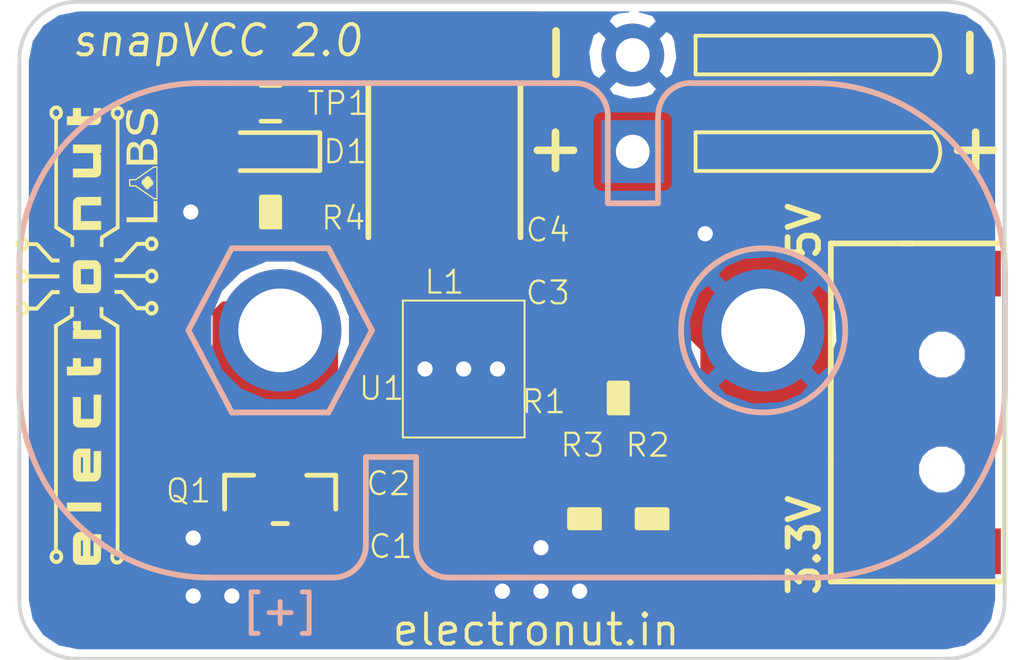
<source format=kicad_pcb>
(kicad_pcb (version 4) (host pcbnew 4.0.6)

  (general
    (links 28)
    (no_connects 2)
    (area 135.077999 96.469999 161.086001 113.842001)
    (thickness 0.8)
    (drawings 25)
    (tracks 64)
    (zones 0)
    (modules 26)
    (nets 11)
  )

  (page A4)
  (layers
    (0 F.Cu signal)
    (31 B.Cu signal)
    (32 B.Adhes user)
    (33 F.Adhes user)
    (34 B.Paste user)
    (35 F.Paste user)
    (36 B.SilkS user)
    (37 F.SilkS user)
    (38 B.Mask user)
    (39 F.Mask user)
    (40 Dwgs.User user)
    (41 Cmts.User user)
    (42 Eco1.User user)
    (43 Eco2.User user)
    (44 Edge.Cuts user)
    (45 Margin user)
    (46 B.CrtYd user)
    (47 F.CrtYd user)
    (48 B.Fab user)
    (49 F.Fab user)
  )

  (setup
    (last_trace_width 0.4)
    (trace_clearance 0.2)
    (zone_clearance 0.2)
    (zone_45_only no)
    (trace_min 0.2)
    (segment_width 0.2)
    (edge_width 0.1)
    (via_size 0.6)
    (via_drill 0.4)
    (via_min_size 0.4)
    (via_min_drill 0.3)
    (uvia_size 0.3)
    (uvia_drill 0.1)
    (uvias_allowed no)
    (uvia_min_size 0.2)
    (uvia_min_drill 0.1)
    (pcb_text_width 0.3)
    (pcb_text_size 1.5 1.5)
    (mod_edge_width 0.15)
    (mod_text_size 1 1)
    (mod_text_width 0.15)
    (pad_size 0.6 0.5)
    (pad_drill 0)
    (pad_to_mask_clearance 0)
    (aux_axis_origin 0 0)
    (visible_elements 7FFEFFFF)
    (pcbplotparams
      (layerselection 0x010fc_80000001)
      (usegerberextensions true)
      (excludeedgelayer true)
      (linewidth 0.100000)
      (plotframeref false)
      (viasonmask false)
      (mode 1)
      (useauxorigin false)
      (hpglpennumber 1)
      (hpglpenspeed 20)
      (hpglpendiameter 15)
      (hpglpenoverlay 2)
      (psnegative false)
      (psa4output false)
      (plotreference true)
      (plotvalue true)
      (plotinvisibletext false)
      (padsonsilk false)
      (subtractmaskfromsilk true)
      (outputformat 1)
      (mirror false)
      (drillshape 0)
      (scaleselection 1)
      (outputdirectory gerbers/))
  )

  (net 0 "")
  (net 1 "Net-(BT1-Pad1)")
  (net 2 GND)
  (net 3 "Net-(C1-Pad1)")
  (net 4 "Net-(C3-Pad1)")
  (net 5 "Net-(L1-Pad1)")
  (net 6 "Net-(P1-Pad3)")
  (net 7 "Net-(P1-Pad1)")
  (net 8 "Net-(P1-Pad2)")
  (net 9 "Net-(D1-Pad1)")
  (net 10 "Net-(U1-Pad1)")

  (net_class Default "This is the default net class."
    (clearance 0.2)
    (trace_width 0.4)
    (via_dia 0.6)
    (via_drill 0.4)
    (uvia_dia 0.3)
    (uvia_drill 0.1)
    (add_net GND)
    (add_net "Net-(BT1-Pad1)")
    (add_net "Net-(C1-Pad1)")
    (add_net "Net-(C3-Pad1)")
    (add_net "Net-(D1-Pad1)")
    (add_net "Net-(L1-Pad1)")
    (add_net "Net-(P1-Pad1)")
    (add_net "Net-(P1-Pad2)")
    (add_net "Net-(P1-Pad3)")
    (add_net "Net-(U1-Pad1)")
  )

  (net_class Thick ""
    (clearance 0.2)
    (trace_width 1)
    (via_dia 0.6)
    (via_drill 0.4)
    (uvia_dia 0.3)
    (uvia_drill 0.1)
  )

  (module snapVCC_lib:SOT-23-5 (layer F.Cu) (tedit 59886754) (tstamp 565D0ABA)
    (at 146.812 106.172 270)
    (descr "5-pin SOT23 package")
    (tags SOT-23-5)
    (path /5601357D)
    (attr smd)
    (fp_text reference U1 (at 0.508 2.159 360) (layer F.SilkS)
      (effects (font (size 0.6 0.6) (thickness 0.06)))
    )
    (fp_text value TPS560200 (at -0.05 2.35 270) (layer F.Fab) hide
      (effects (font (size 1 1) (thickness 0.15)))
    )
    (fp_line (start -1.8 -1.6) (end 1.8 -1.6) (layer F.SilkS) (width 0.05))
    (fp_line (start 1.8 -1.6) (end 1.8 1.6) (layer F.SilkS) (width 0.05))
    (fp_line (start 1.8 1.6) (end -1.8 1.6) (layer F.SilkS) (width 0.05))
    (fp_line (start -1.8 1.6) (end -1.8 -1.6) (layer F.SilkS) (width 0.05))
    (pad 1 smd rect (at -1.1 -0.95 270) (size 1.06 0.65) (layers F.Cu F.Paste F.Mask)
      (net 10 "Net-(U1-Pad1)"))
    (pad 2 smd rect (at -1.1 0 270) (size 1.06 0.65) (layers F.Cu F.Paste F.Mask)
      (net 2 GND))
    (pad 3 smd rect (at -1.1 0.95 270) (size 1.06 0.65) (layers F.Cu F.Paste F.Mask)
      (net 5 "Net-(L1-Pad1)"))
    (pad 4 smd rect (at 1.1 0.95 270) (size 1.06 0.65) (layers F.Cu F.Paste F.Mask)
      (net 3 "Net-(C1-Pad1)"))
    (pad 5 smd rect (at 1.1 -0.95 270) (size 1.06 0.65) (layers F.Cu F.Paste F.Mask)
      (net 7 "Net-(P1-Pad1)"))
    (model Housings_SOT-23_SOT-143_TSOT-6.3dshapes/SOT-23-5.wrl
      (at (xyz 0 0 0))
      (scale (xyz 0.11 0.11 0.11))
      (rotate (xyz 0 0 90))
    )
  )

  (module snapVCC_lib:KEY967_modified (layer B.Cu) (tedit 597AD6B5) (tstamp 597ADDB3)
    (at 148.336 105.156)
    (path /56012F4C)
    (fp_text reference BT1 (at 0.0489 -0.0464) (layer B.SilkS) hide
      (effects (font (size 0.4 0.4) (thickness 0.08)) (justify mirror))
    )
    (fp_text value "Battery Holder" (at -0.0011 0.7536) (layer B.SilkS) hide
      (effects (font (size 0.4 0.4) (thickness 0.08)) (justify mirror))
    )
    (fp_line (start -8.46 -6.5) (end -7.76 -6.5) (layer B.SilkS) (width 0.15))
    (fp_line (start 1.4 -6.5) (end 0.7 -6.5) (layer B.SilkS) (width 0.15))
    (fp_line (start 7.72 6.5) (end 6.29 6.5) (layer B.SilkS) (width 0.15))
    (fp_line (start -1.91 6.5) (end -1.17 6.5) (layer B.SilkS) (width 0.15))
    (fp_line (start 7.705 -6.5) (end 4.455 -6.5) (layer B.SilkS) (width 0.15))
    (fp_line (start 0 -6.5) (end 0.7 -6.5) (layer B.SilkS) (width 0.15))
    (fp_arc (start 4.45 -5.645) (end 3.59 -5.645) (angle 90) (layer B.SilkS) (width 0.15))
    (fp_arc (start 1.405 -5.64) (end 1.405 -6.5) (angle 90) (layer B.SilkS) (width 0.15))
    (fp_line (start 3.585 -4.86) (end 3.585 -3.34) (layer B.SilkS) (width 0.15))
    (fp_line (start 2.265 -4.87) (end 2.265 -3.35) (layer B.SilkS) (width 0.15))
    (fp_line (start 2.265 -3.34) (end 3.585 -3.34) (layer B.SilkS) (width 0.15))
    (fp_line (start -4.095 4.85) (end -4.095 5.64) (layer B.SilkS) (width 0.15))
    (fp_line (start 3.585 -5.61) (end 3.585 -4.82) (layer B.SilkS) (width 0.15))
    (fp_line (start -4.945 6.5) (end -8.295 6.5) (layer B.SilkS) (width 0.15))
    (fp_line (start -1.2 6.5) (end 0.04 6.5) (layer B.SilkS) (width 0.15))
    (fp_arc (start -1.915 5.64) (end -1.915 6.5) (angle 90) (layer B.SilkS) (width 0.15))
    (fp_line (start -2.775 4.85) (end -2.775 5.64) (layer B.SilkS) (width 0.15))
    (fp_line (start -2.775 3.33) (end -2.775 4.85) (layer B.SilkS) (width 0.15))
    (fp_line (start -4.095 3.33) (end -4.095 4.85) (layer B.SilkS) (width 0.15))
    (fp_line (start 2.265 -5.64) (end 2.265 -4.85) (layer B.SilkS) (width 0.15))
    (fp_arc (start -4.955 5.64) (end -4.955 6.5) (angle -90) (layer B.SilkS) (width 0.15))
    (fp_line (start -4.095 3.33) (end -2.775 3.33) (layer B.SilkS) (width 0.15))
    (fp_line (start -5.08 2.159) (end -3.937 0) (layer B.SilkS) (width 0.15))
    (fp_line (start -3.937 0) (end -5.08 -2.159) (layer B.SilkS) (width 0.15))
    (fp_line (start -7.62 2.159) (end -5.08 2.159) (layer B.SilkS) (width 0.15))
    (fp_line (start -7.62 -2.159) (end -5.08 -2.159) (layer B.SilkS) (width 0.15))
    (fp_line (start -7.62 2.159) (end -8.763 0) (layer B.SilkS) (width 0.15))
    (fp_line (start -8.763 0) (end -7.62 -2.159) (layer B.SilkS) (width 0.15))
    (fp_circle (center 6.35 0) (end 4.191 0) (layer B.SilkS) (width 0.15))
    (fp_arc (start 7.705 -1.5) (end 12.705 -1.5) (angle -90) (layer B.SilkS) (width 0.15))
    (fp_arc (start 7.705 1.5) (end 7.705 6.5) (angle -90) (layer B.SilkS) (width 0.15))
    (fp_line (start 12.705 0) (end 12.705 1.5) (layer B.SilkS) (width 0.15))
    (fp_line (start 12.705 0) (end 12.705 -1.5) (layer B.SilkS) (width 0.15))
    (fp_line (start -0.705 6.5) (end 6.295 6.5) (layer B.SilkS) (width 0.15))
    (fp_line (start -7.75 -6.5) (end 0 -6.5) (layer B.SilkS) (width 0.15))
    (fp_arc (start -8.455 -1.75) (end -8.455 -6.5) (angle -90) (layer B.SilkS) (width 0.15))
    (fp_line (start -13.205 1.5) (end -13.205 -1.75) (layer B.SilkS) (width 0.15))
    (fp_arc (start -8.205 1.5) (end -13.205 1.5) (angle -90) (layer B.SilkS) (width 0.15))
    (fp_text user [+] (at -6.35 7.366) (layer B.SilkS)
      (effects (font (size 0.762 0.762) (thickness 0.127)) (justify mirror))
    )
    (pad 1 thru_hole circle (at -6.35 0) (size 3.216 3.216) (drill 2.2) (layers *.Cu *.Mask)
      (net 1 "Net-(BT1-Pad1)"))
    (pad 2 thru_hole circle (at 6.35 0) (size 3.216 3.216) (drill 2.2) (layers *.Cu *.Mask)
      (net 2 GND))
  )

  (module snapVCC_lib:electronutLabs-logo (layer F.Cu) (tedit 0) (tstamp 597821A4)
    (at 136.906 105.283 90)
    (fp_text reference G*** (at 0 0 90) (layer F.SilkS) hide
      (effects (font (thickness 0.3)))
    )
    (fp_text value LOGO (at 0.75 0 90) (layer F.SilkS) hide
      (effects (font (thickness 0.3)))
    )
    (fp_poly (pts (xy 1.18364 0.942248) (xy 0.75692 1.334508) (xy 0.75692 1.531335) (xy 0.782024 1.539746)
      (xy 0.805551 1.551062) (xy 0.830227 1.56861) (xy 0.853066 1.589866) (xy 0.871088 1.612304)
      (xy 0.874733 1.618222) (xy 0.89054 1.655217) (xy 0.896918 1.692881) (xy 0.894397 1.729994)
      (xy 0.88351 1.765332) (xy 0.864785 1.797674) (xy 0.838755 1.825799) (xy 0.805951 1.848485)
      (xy 0.767814 1.864242) (xy 0.735379 1.870979) (xy 0.701143 1.873197) (xy 0.669756 1.870671)
      (xy 0.66294 1.869282) (xy 0.624245 1.85565) (xy 0.59012 1.834755) (xy 0.561563 1.807906)
      (xy 0.539573 1.776412) (xy 0.52515 1.741582) (xy 0.519834 1.70814) (xy 0.615296 1.70814)
      (xy 0.621835 1.732424) (xy 0.635914 1.754594) (xy 0.657433 1.773055) (xy 0.676377 1.782718)
      (xy 0.696367 1.786593) (xy 0.720474 1.78533) (xy 0.74463 1.77947) (xy 0.762093 1.771322)
      (xy 0.782859 1.753265) (xy 0.795929 1.731135) (xy 0.801509 1.706758) (xy 0.799803 1.681965)
      (xy 0.791016 1.658584) (xy 0.775353 1.638444) (xy 0.753018 1.623373) (xy 0.745159 1.620154)
      (xy 0.726605 1.616247) (xy 0.704308 1.615286) (xy 0.682769 1.617175) (xy 0.666497 1.621817)
      (xy 0.641897 1.638582) (xy 0.625229 1.659622) (xy 0.616395 1.68334) (xy 0.615296 1.70814)
      (xy 0.519834 1.70814) (xy 0.519291 1.704726) (xy 0.520286 1.682324) (xy 0.52867 1.648691)
      (xy 0.544522 1.616352) (xy 0.566355 1.587035) (xy 0.59268 1.562469) (xy 0.62201 1.544383)
      (xy 0.64643 1.535789) (xy 0.6604 1.532545) (xy 0.6604 1.300141) (xy 0.876198 1.101759)
      (xy 1.091997 0.903377) (xy 1.092098 0.815915) (xy 1.0922 0.728452) (xy 1.18364 0.728452)
      (xy 1.18364 0.942248)) (layer F.SilkS) (width 0.01))
    (fp_poly (pts (xy 1.6002 1.128773) (xy 1.600209 1.20011) (xy 1.600245 1.262469) (xy 1.600323 1.316455)
      (xy 1.600455 1.362676) (xy 1.600654 1.401737) (xy 1.600934 1.434246) (xy 1.601308 1.460807)
      (xy 1.60179 1.482028) (xy 1.602393 1.498515) (xy 1.603131 1.510875) (xy 1.604016 1.519713)
      (xy 1.605062 1.525636) (xy 1.606283 1.52925) (xy 1.607692 1.531162) (xy 1.60909 1.531916)
      (xy 1.650382 1.549633) (xy 1.684936 1.574244) (xy 1.712222 1.605326) (xy 1.723203 1.623594)
      (xy 1.731419 1.64028) (xy 1.7364 1.654018) (xy 1.738937 1.668388) (xy 1.739826 1.686968)
      (xy 1.7399 1.698924) (xy 1.739537 1.720947) (xy 1.73792 1.736973) (xy 1.734257 1.750577)
      (xy 1.727756 1.765338) (xy 1.723234 1.774194) (xy 1.701022 1.807133) (xy 1.672309 1.834536)
      (xy 1.638936 1.854773) (xy 1.626624 1.859816) (xy 1.597343 1.867504) (xy 1.564442 1.871581)
      (xy 1.532073 1.871786) (xy 1.504387 1.867857) (xy 1.503321 1.86758) (xy 1.46691 1.853401)
      (xy 1.433037 1.8318) (xy 1.404088 1.80468) (xy 1.382448 1.773944) (xy 1.380037 1.769257)
      (xy 1.374599 1.756212) (xy 1.371261 1.742268) (xy 1.369581 1.724584) (xy 1.369173 1.703219)
      (xy 1.459757 1.703219) (xy 1.46544 1.728365) (xy 1.479202 1.751181) (xy 1.500487 1.769983)
      (xy 1.51638 1.778527) (xy 1.537888 1.78571) (xy 1.558277 1.786834) (xy 1.580992 1.782581)
      (xy 1.607886 1.771133) (xy 1.628367 1.753627) (xy 1.641955 1.731782) (xy 1.648171 1.707322)
      (xy 1.646537 1.681968) (xy 1.636572 1.65744) (xy 1.621117 1.638455) (xy 1.596744 1.621592)
      (xy 1.569591 1.61306) (xy 1.541546 1.612675) (xy 1.514496 1.620254) (xy 1.490329 1.635612)
      (xy 1.474846 1.652663) (xy 1.462707 1.677424) (xy 1.459757 1.703219) (xy 1.369173 1.703219)
      (xy 1.369117 1.700319) (xy 1.369118 1.698924) (xy 1.369509 1.675161) (xy 1.370948 1.658064)
      (xy 1.37394 1.644726) (xy 1.378988 1.632243) (xy 1.381594 1.627037) (xy 1.397917 1.60236)
      (xy 1.419927 1.578492) (xy 1.444903 1.55789) (xy 1.47012 1.543015) (xy 1.478335 1.539674)
      (xy 1.50622 1.529861) (xy 1.507519 1.129157) (xy 1.508818 0.728452) (xy 1.6002 0.728452)
      (xy 1.6002 1.128773)) (layer F.SilkS) (width 0.01))
    (fp_poly (pts (xy 2.01676 0.899943) (xy 2.44856 1.300073) (xy 2.44856 1.527889) (xy 2.481329 1.542355)
      (xy 2.517065 1.562828) (xy 2.547565 1.589707) (xy 2.570725 1.621051) (xy 2.574695 1.628492)
      (xy 2.581595 1.643894) (xy 2.585709 1.658139) (xy 2.587706 1.674719) (xy 2.588258 1.697122)
      (xy 2.58826 1.699025) (xy 2.587891 1.721056) (xy 2.586258 1.737091) (xy 2.582573 1.750709)
      (xy 2.576046 1.765487) (xy 2.57175 1.773895) (xy 2.548136 1.809158) (xy 2.518236 1.837005)
      (xy 2.482645 1.857074) (xy 2.441959 1.869001) (xy 2.41046 1.872323) (xy 2.384125 1.872172)
      (xy 2.361413 1.870011) (xy 2.3495 1.867408) (xy 2.307184 1.849648) (xy 2.271883 1.825151)
      (xy 2.243934 1.794186) (xy 2.231158 1.773239) (xy 2.224641 1.759615) (xy 2.220564 1.747181)
      (xy 2.218375 1.732948) (xy 2.217521 1.713928) (xy 2.21742 1.698924) (xy 2.217514 1.692646)
      (xy 2.307568 1.692646) (xy 2.309294 1.719149) (xy 2.320917 1.744058) (xy 2.335213 1.760528)
      (xy 2.360112 1.777866) (xy 2.387951 1.786387) (xy 2.417305 1.785816) (xy 2.437223 1.780167)
      (xy 2.4644 1.765124) (xy 2.483113 1.744859) (xy 2.493202 1.719588) (xy 2.495056 1.701511)
      (xy 2.490954 1.673013) (xy 2.478862 1.649003) (xy 2.459851 1.630669) (xy 2.434991 1.6192)
      (xy 2.418151 1.616146) (xy 2.383853 1.616422) (xy 2.355802 1.624162) (xy 2.333667 1.639525)
      (xy 2.317114 1.662669) (xy 2.315868 1.665179) (xy 2.307568 1.692646) (xy 2.217514 1.692646)
      (xy 2.217775 1.675216) (xy 2.219177 1.658177) (xy 2.222128 1.644907) (xy 2.227129 1.632504)
      (xy 2.229868 1.627037) (xy 2.250838 1.596529) (xy 2.27952 1.569117) (xy 2.313545 1.546705)
      (xy 2.34823 1.531916) (xy 2.351275 1.5302) (xy 2.353538 1.526419) (xy 2.355134 1.519313)
      (xy 2.356176 1.507622) (xy 2.356778 1.490085) (xy 2.357055 1.465443) (xy 2.35712 1.433656)
      (xy 2.35712 1.33822) (xy 2.141455 1.139968) (xy 1.925791 0.941717) (xy 1.925555 0.835084)
      (xy 1.92532 0.728452) (xy 2.01676 0.728452) (xy 2.01676 0.899943)) (layer F.SilkS) (width 0.01))
    (fp_poly (pts (xy 5.669815 1.029842) (xy 5.721219 1.035374) (xy 5.766273 1.042447) (xy 5.808752 1.05178)
      (xy 5.852427 1.064092) (xy 5.857029 1.065522) (xy 5.9055 1.080698) (xy 5.906917 1.144198)
      (xy 5.90729 1.167608) (xy 5.907317 1.187127) (xy 5.907016 1.200994) (xy 5.906408 1.207447)
      (xy 5.906226 1.207698) (xy 5.90128 1.205233) (xy 5.890223 1.198741) (xy 5.875352 1.189575)
      (xy 5.873859 1.188636) (xy 5.819464 1.159922) (xy 5.759128 1.138263) (xy 5.694221 1.124061)
      (xy 5.632602 1.117969) (xy 5.581241 1.117701) (xy 5.537536 1.122044) (xy 5.500051 1.13133)
      (xy 5.46735 1.145893) (xy 5.443004 1.162079) (xy 5.421371 1.184497) (xy 5.407006 1.211445)
      (xy 5.400068 1.240937) (xy 5.400718 1.270987) (xy 5.409116 1.299609) (xy 5.425423 1.324817)
      (xy 5.429519 1.329146) (xy 5.440787 1.33909) (xy 5.453808 1.347716) (xy 5.469786 1.355399)
      (xy 5.489927 1.362514) (xy 5.515433 1.369437) (xy 5.54751 1.376542) (xy 5.587363 1.384203)
      (xy 5.63118 1.391938) (xy 5.686289 1.401977) (xy 5.732547 1.411798) (xy 5.771238 1.421853)
      (xy 5.803644 1.432594) (xy 5.831049 1.444473) (xy 5.854737 1.457943) (xy 5.875992 1.473457)
      (xy 5.885477 1.481557) (xy 5.907031 1.504308) (xy 5.922642 1.529689) (xy 5.933581 1.560165)
      (xy 5.939131 1.585817) (xy 5.941963 1.629745) (xy 5.935263 1.672044) (xy 5.91961 1.712009)
      (xy 5.895587 1.748937) (xy 5.863772 1.782121) (xy 5.824746 1.810859) (xy 5.779091 1.834446)
      (xy 5.727385 1.852178) (xy 5.717599 1.854664) (xy 5.688124 1.860028) (xy 5.651681 1.863981)
      (xy 5.611376 1.866381) (xy 5.570312 1.867086) (xy 5.531593 1.865956) (xy 5.50926 1.86418)
      (xy 5.451624 1.855675) (xy 5.391094 1.842398) (xy 5.332764 1.8255) (xy 5.32257 1.822051)
      (xy 5.27304 1.804867) (xy 5.27304 1.738317) (xy 5.273296 1.714476) (xy 5.274001 1.69465)
      (xy 5.275056 1.680505) (xy 5.276363 1.673708) (xy 5.27685 1.673369) (xy 5.282547 1.676578)
      (xy 5.294546 1.683797) (xy 5.31069 1.693723) (xy 5.318486 1.698571) (xy 5.37962 1.73104)
      (xy 5.445208 1.75523) (xy 5.513908 1.770732) (xy 5.575698 1.776855) (xy 5.631817 1.776352)
      (xy 5.681487 1.770183) (xy 5.724304 1.75858) (xy 5.759864 1.741777) (xy 5.787762 1.720005)
      (xy 5.807595 1.693497) (xy 5.818957 1.662485) (xy 5.82168 1.635527) (xy 5.818372 1.602559)
      (xy 5.807995 1.575938) (xy 5.789871 1.554557) (xy 5.763319 1.537312) (xy 5.760503 1.535929)
      (xy 5.744389 1.528858) (xy 5.726595 1.522568) (xy 5.705538 1.516674) (xy 5.679634 1.51079)
      (xy 5.6473 1.504531) (xy 5.606951 1.497512) (xy 5.59308 1.495206) (xy 5.549989 1.487917)
      (xy 5.515205 1.481536) (xy 5.486974 1.47563) (xy 5.463544 1.469764) (xy 5.44316 1.463507)
      (xy 5.424069 1.456423) (xy 5.407114 1.449237) (xy 5.365227 1.426226) (xy 5.331801 1.397955)
      (xy 5.306639 1.364182) (xy 5.289546 1.324664) (xy 5.28256 1.295141) (xy 5.279835 1.250803)
      (xy 5.28667 1.208085) (xy 5.302654 1.16814) (xy 5.327374 1.132123) (xy 5.348427 1.110931)
      (xy 5.39183 1.079519) (xy 5.441644 1.055367) (xy 5.497552 1.038557) (xy 5.559236 1.029168)
      (xy 5.626377 1.027281) (xy 5.669815 1.029842)) (layer F.SilkS) (width 0.01))
    (fp_poly (pts (xy 3.09372 1.754037) (xy 3.52552 1.754037) (xy 3.52552 1.849886) (xy 2.97688 1.849886)
      (xy 2.97688 1.044754) (xy 3.09372 1.044754) (xy 3.09372 1.754037)) (layer F.SilkS) (width 0.01))
    (fp_poly (pts (xy 4.01574 1.111849) (xy 4.09956 1.111849) (xy 4.0997 1.194518) (xy 4.099841 1.277188)
      (xy 4.267304 1.516811) (xy 4.434766 1.756434) (xy 4.43484 1.849886) (xy 3.57632 1.849886)
      (xy 3.57632 1.763706) (xy 3.60172 1.763706) (xy 3.60172 1.830717) (xy 4.40944 1.830717)
      (xy 4.40944 1.760915) (xy 4.24434 1.524) (xy 4.07924 1.287084) (xy 4.07924 1.135811)
      (xy 3.937 1.135811) (xy 3.937 1.282846) (xy 3.60172 1.763706) (xy 3.57632 1.763706)
      (xy 3.57632 1.759849) (xy 3.9116 1.278999) (xy 3.9116 1.205009) (xy 3.911538 1.173682)
      (xy 3.912213 1.150281) (xy 3.914911 1.133653) (xy 3.920918 1.122648) (xy 3.931523 1.116115)
      (xy 3.948011 1.112902) (xy 3.97167 1.111858) (xy 4.003788 1.11183) (xy 4.01574 1.111849)) (layer F.SilkS) (width 0.01))
    (fp_poly (pts (xy 4.64185 1.04483) (xy 4.705022 1.045084) (xy 4.759092 1.045849) (xy 4.805104 1.047236)
      (xy 4.844108 1.049356) (xy 4.877149 1.052318) (xy 4.905276 1.056233) (xy 4.929536 1.061212)
      (xy 4.950976 1.067363) (xy 4.970643 1.074797) (xy 4.983922 1.080828) (xy 5.015 1.099451)
      (xy 5.038628 1.122483) (xy 5.055577 1.148938) (xy 5.063712 1.165459) (xy 5.068643 1.179077)
      (xy 5.071149 1.193339) (xy 5.072005 1.211794) (xy 5.072058 1.224149) (xy 5.071501 1.247496)
      (xy 5.069513 1.264747) (xy 5.065447 1.279361) (xy 5.05896 1.294181) (xy 5.039671 1.325745)
      (xy 5.014519 1.352133) (xy 4.985452 1.373183) (xy 4.971524 1.382248) (xy 4.962021 1.389098)
      (xy 4.959004 1.392245) (xy 4.964276 1.394395) (xy 4.976569 1.398616) (xy 4.993249 1.404003)
      (xy 4.99364 1.404126) (xy 5.039075 1.422978) (xy 5.077322 1.448302) (xy 5.107928 1.479399)
      (xy 5.130435 1.515571) (xy 5.14439 1.55612) (xy 5.149337 1.600348) (xy 5.146411 1.638503)
      (xy 5.134522 1.683991) (xy 5.114144 1.724492) (xy 5.085636 1.759732) (xy 5.049357 1.789434)
      (xy 5.005666 1.813323) (xy 4.954922 1.831124) (xy 4.897483 1.84256) (xy 4.877531 1.844851)
      (xy 4.859234 1.846101) (xy 4.832516 1.847237) (xy 4.799114 1.848221) (xy 4.760768 1.849012)
      (xy 4.719215 1.849571) (xy 4.676194 1.849857) (xy 4.657821 1.849886) (xy 4.49072 1.849886)
      (xy 4.49072 1.75883) (xy 4.60756 1.75883) (xy 4.72821 1.758663) (xy 4.77888 1.758232)
      (xy 4.821779 1.757109) (xy 4.85619 1.755325) (xy 4.881398 1.752909) (xy 4.887215 1.75204)
      (xy 4.931407 1.741083) (xy 4.967448 1.724494) (xy 4.995281 1.702327) (xy 5.014852 1.674638)
      (xy 5.026105 1.641482) (xy 5.029088 1.609935) (xy 5.026158 1.571293) (xy 5.016721 1.539565)
      (xy 5.0002 1.513883) (xy 4.976017 1.493378) (xy 4.943594 1.47718) (xy 4.939887 1.475767)
      (xy 4.930808 1.472552) (xy 4.921924 1.469997) (xy 4.911929 1.468007) (xy 4.899518 1.466488)
      (xy 4.883389 1.465347) (xy 4.862234 1.464489) (xy 4.834751 1.46382) (xy 4.799634 1.463247)
      (xy 4.75869 1.462713) (xy 4.60756 1.460846) (xy 4.60756 1.75883) (xy 4.49072 1.75883)
      (xy 4.49072 1.371512) (xy 4.60756 1.371512) (xy 4.73075 1.369878) (xy 4.85394 1.368245)
      (xy 4.883046 1.354761) (xy 4.912374 1.337495) (xy 4.933273 1.316267) (xy 4.946405 1.29001)
      (xy 4.95243 1.257656) (xy 4.953 1.241733) (xy 4.950348 1.212489) (xy 4.941838 1.189436)
      (xy 4.926632 1.170433) (xy 4.924343 1.168346) (xy 4.914094 1.159996) (xy 4.903422 1.153357)
      (xy 4.891022 1.148212) (xy 4.875588 1.144343) (xy 4.855812 1.141531) (xy 4.83039 1.139559)
      (xy 4.798014 1.13821) (xy 4.757379 1.137265) (xy 4.73583 1.13691) (xy 4.60756 1.134965)
      (xy 4.60756 1.371512) (xy 4.49072 1.371512) (xy 4.49072 1.044754) (xy 4.64185 1.04483)) (layer F.SilkS) (width 0.01))
    (fp_poly (pts (xy 2.598048 0.347452) (xy 2.728485 0.555924) (xy 2.858923 0.764396) (xy 5.655172 0.764396)
      (xy 5.665022 0.739485) (xy 5.681376 0.710338) (xy 5.705598 0.683386) (xy 5.735393 0.660922)
      (xy 5.753046 0.65144) (xy 5.794524 0.637087) (xy 5.836386 0.631709) (xy 5.877367 0.63489)
      (xy 5.916202 0.646216) (xy 5.951628 0.665271) (xy 5.98238 0.691641) (xy 6.007193 0.724911)
      (xy 6.013695 0.736992) (xy 6.02088 0.753387) (xy 6.025036 0.768776) (xy 6.026924 0.786972)
      (xy 6.02731 0.805232) (xy 6.026928 0.826855) (xy 6.025062 0.842771) (xy 6.020838 0.856837)
      (xy 6.013384 0.872915) (xy 6.01091 0.877707) (xy 5.987149 0.912661) (xy 5.955948 0.94131)
      (xy 5.919089 0.962439) (xy 5.892339 0.970804) (xy 5.860302 0.97572) (xy 5.827023 0.976934)
      (xy 5.796544 0.974197) (xy 5.782493 0.970932) (xy 5.742683 0.954) (xy 5.708548 0.929653)
      (xy 5.681251 0.898853) (xy 5.66772 0.87582) (xy 5.656639 0.853056) (xy 2.805604 0.853056)
      (xy 2.778975 0.810389) (xy 5.746074 0.810389) (xy 5.75184 0.835658) (xy 5.755099 0.842464)
      (xy 5.772311 0.866215) (xy 5.794139 0.881682) (xy 5.821363 0.889276) (xy 5.845621 0.890059)
      (xy 5.865691 0.888238) (xy 5.880094 0.884145) (xy 5.893278 0.876379) (xy 5.896421 0.874066)
      (xy 5.917659 0.852702) (xy 5.930161 0.828266) (xy 5.933869 0.80238) (xy 5.928724 0.776667)
      (xy 5.914666 0.75275) (xy 5.901285 0.739397) (xy 5.878702 0.72568) (xy 5.852354 0.719531)
      (xy 5.823935 0.720082) (xy 5.79753 0.727305) (xy 5.775524 0.741758) (xy 5.758934 0.761629)
      (xy 5.748778 0.78511) (xy 5.746074 0.810389) (xy 2.778975 0.810389) (xy 2.674072 0.642311)
      (xy 2.54254 0.431567) (xy 2.43459 0.431444) (xy 2.32664 0.43132) (xy 2.32664 0.3449)
      (xy 2.598048 0.347452)) (layer F.SilkS) (width 0.01))
    (fp_poly (pts (xy 0.7366 0.426528) (xy 0.525667 0.426528) (xy 0.3937 0.637396) (xy 0.261732 0.848264)
      (xy -5.658949 0.848264) (xy -5.671206 0.871028) (xy -5.693503 0.902249) (xy -5.723398 0.928614)
      (xy -5.75908 0.948882) (xy -5.798739 0.961815) (xy -5.805864 0.963216) (xy -5.824066 0.966211)
      (xy -5.837583 0.967332) (xy -5.850623 0.966475) (xy -5.867392 0.963536) (xy -5.87756 0.961447)
      (xy -5.910185 0.952505) (xy -5.937538 0.939576) (xy -5.963457 0.920652) (xy -5.974524 0.910728)
      (xy -5.999555 0.882635) (xy -6.015953 0.852533) (xy -6.024593 0.818387) (xy -6.026504 0.789868)
      (xy -6.026431 0.785883) (xy -5.932373 0.785883) (xy -5.930098 0.810853) (xy -5.920366 0.83443)
      (xy -5.903313 0.854787) (xy -5.882279 0.868624) (xy -5.86277 0.874503) (xy -5.83907 0.876773)
      (xy -5.815655 0.875358) (xy -5.797004 0.870182) (xy -5.796782 0.870075) (xy -5.781709 0.859998)
      (xy -5.766485 0.845566) (xy -5.754059 0.829967) (xy -5.747474 0.816765) (xy -5.746011 0.804643)
      (xy -5.746091 0.788232) (xy -5.746634 0.781112) (xy -5.753824 0.755321) (xy -5.768568 0.734145)
      (xy -5.789143 0.718291) (xy -5.813825 0.70847) (xy -5.840891 0.705388) (xy -5.868616 0.709755)
      (xy -5.893125 0.720897) (xy -5.914021 0.739078) (xy -5.927059 0.761349) (xy -5.932373 0.785883)
      (xy -6.026431 0.785883) (xy -6.026138 0.770069) (xy -6.024045 0.754859) (xy -6.019205 0.740247)
      (xy -6.010598 0.722242) (xy -6.007894 0.717042) (xy -5.98822 0.685927) (xy -5.964471 0.661524)
      (xy -5.934176 0.641531) (xy -5.918355 0.633639) (xy -5.903873 0.627467) (xy -5.890691 0.623606)
      (xy -5.875638 0.621531) (xy -5.855541 0.62072) (xy -5.83946 0.620622) (xy -5.814442 0.620946)
      (xy -5.796326 0.622265) (xy -5.781868 0.625098) (xy -5.767823 0.629965) (xy -5.759831 0.633372)
      (xy -5.739162 0.644299) (xy -5.718047 0.658201) (xy -5.707896 0.666214) (xy -5.694228 0.680409)
      (xy -5.68041 0.698547) (xy -5.668063 0.718015) (xy -5.658805 0.736199) (xy -5.654253 0.750486)
      (xy -5.65404 0.75318) (xy -5.653837 0.753801) (xy -5.653065 0.754393) (xy -5.65148 0.754955)
      (xy -5.648837 0.755489) (xy -5.644895 0.755995) (xy -5.639407 0.756474) (xy -5.632131 0.756927)
      (xy -5.622823 0.757355) (xy -5.611239 0.757758) (xy -5.597135 0.758137) (xy -5.580268 0.758492)
      (xy -5.560392 0.758826) (xy -5.537265 0.759137) (xy -5.510643 0.759428) (xy -5.480281 0.759698)
      (xy -5.445936 0.759948) (xy -5.407365 0.76018) (xy -5.364322 0.760394) (xy -5.316565 0.76059)
      (xy -5.263849 0.76077) (xy -5.205931 0.760933) (xy -5.142567 0.761082) (xy -5.073513 0.761216)
      (xy -4.998524 0.761336) (xy -4.917358 0.761444) (xy -4.829771 0.761539) (xy -4.735517 0.761623)
      (xy -4.634355 0.761696) (xy -4.526039 0.761759) (xy -4.410326 0.761812) (xy -4.286972 0.761858)
      (xy -4.155734 0.761895) (xy -4.016367 0.761925) (xy -3.868627 0.761949) (xy -3.712271 0.761967)
      (xy -3.547055 0.76198) (xy -3.372734 0.76199) (xy -3.189066 0.761995) (xy -2.995806 0.761998)
      (xy -2.79271 0.761999) (xy -2.723455 0.762) (xy 0.20713 0.762) (xy 0.338515 0.551263)
      (xy 0.4699 0.340527) (xy 0.60325 0.340395) (xy 0.7366 0.340264) (xy 0.7366 0.426528)) (layer F.SilkS) (width 0.01))
    (fp_poly (pts (xy -5.572804 -0.364132) (xy -5.519063 -0.363857) (xy -5.470671 -0.363416) (xy -5.428455 -0.362822)
      (xy -5.393243 -0.362089) (xy -5.365862 -0.36123) (xy -5.347141 -0.360259) (xy -5.338876 -0.359398)
      (xy -5.298945 -0.348196) (xy -5.261929 -0.330052) (xy -5.229794 -0.306294) (xy -5.204507 -0.278252)
      (xy -5.194381 -0.261773) (xy -5.188137 -0.247888) (xy -5.18309 -0.232029) (xy -5.179126 -0.213092)
      (xy -5.176131 -0.189974) (xy -5.173994 -0.161573) (xy -5.1726 -0.126785) (xy -5.171838 -0.084508)
      (xy -5.171597 -0.039538) (xy -5.17144 0.086264) (xy -5.811888 0.086264) (xy -5.810434 0.13299)
      (xy -5.80898 0.179717) (xy -5.23748 0.182193) (xy -5.23748 0.369018) (xy -5.54355 0.368493)
      (xy -5.599094 0.36833) (xy -5.652148 0.368042) (xy -5.701747 0.367643) (xy -5.746924 0.367148)
      (xy -5.786715 0.366571) (xy -5.820154 0.365925) (xy -5.846275 0.365224) (xy -5.864113 0.364482)
      (xy -5.87248 0.363757) (xy -5.908504 0.353196) (xy -5.943355 0.3358) (xy -5.97486 0.313167)
      (xy -6.000848 0.286892) (xy -6.019147 0.258573) (xy -6.020921 0.254654) (xy -6.023583 0.248276)
      (xy -6.025801 0.242059) (xy -6.027618 0.23511) (xy -6.029072 0.226534) (xy -6.030205 0.215439)
      (xy -6.031055 0.20093) (xy -6.031665 0.182113) (xy -6.032073 0.158097) (xy -6.032321 0.127985)
      (xy -6.032447 0.090886) (xy -6.032494 0.045905) (xy -6.0325 -0.002397) (xy -6.032468 -0.056266)
      (xy -6.03235 -0.101436) (xy -6.032117 -0.138793) (xy -6.031817 -0.162944) (xy -5.81152 -0.162944)
      (xy -5.81152 -0.100642) (xy -5.39496 -0.100642) (xy -5.39496 -0.162944) (xy -5.81152 -0.162944)
      (xy -6.031817 -0.162944) (xy -6.031738 -0.16922) (xy -6.031184 -0.193605) (xy -6.030426 -0.212832)
      (xy -6.029432 -0.227786) (xy -6.028173 -0.239354) (xy -6.026619 -0.24842) (xy -6.02474 -0.255869)
      (xy -6.023826 -0.258793) (xy -6.008445 -0.291629) (xy -5.986114 -0.319861) (xy -5.964555 -0.337454)
      (xy -5.955678 -0.343118) (xy -5.947178 -0.347922) (xy -5.93817 -0.351935) (xy -5.92777 -0.355229)
      (xy -5.915094 -0.357875) (xy -5.899259 -0.359944) (xy -5.87938 -0.361507) (xy -5.854575 -0.362635)
      (xy -5.823958 -0.363398) (xy -5.786646 -0.363868) (xy -5.741755 -0.364115) (xy -5.688401 -0.364211)
      (xy -5.631066 -0.364227) (xy -5.572804 -0.364132)) (layer F.SilkS) (width 0.01))
    (fp_poly (pts (xy -4.40436 0.369018) (xy -4.62788 0.369018) (xy -4.62788 -0.522378) (xy -4.40436 -0.522378)
      (xy -4.40436 0.369018)) (layer F.SilkS) (width 0.01))
    (fp_poly (pts (xy -3.383228 -0.364132) (xy -3.329502 -0.363857) (xy -3.281124 -0.363416) (xy -3.238921 -0.362821)
      (xy -3.20372 -0.362088) (xy -3.176352 -0.361229) (xy -3.157642 -0.360258) (xy -3.149396 -0.359398)
      (xy -3.108015 -0.347712) (xy -3.070136 -0.328687) (xy -3.037534 -0.303543) (xy -3.011985 -0.273498)
      (xy -3.003622 -0.259399) (xy -2.98958 -0.232434) (xy -2.988 -0.073085) (xy -2.986419 0.086264)
      (xy -3.62204 0.086264) (xy -3.62204 0.182113) (xy -3.05308 0.182113) (xy -3.05308 0.369018)
      (xy -3.35661 0.368493) (xy -3.411906 0.36833) (xy -3.464696 0.368044) (xy -3.514015 0.367649)
      (xy -3.558893 0.367158) (xy -3.598362 0.366587) (xy -3.631454 0.365948) (xy -3.657202 0.365255)
      (xy -3.674636 0.364523) (xy -3.68245 0.363835) (xy -3.709618 0.356222) (xy -3.739565 0.343749)
      (xy -3.767988 0.32843) (xy -3.788197 0.3143) (xy -3.804064 0.298003) (xy -3.819465 0.276592)
      (xy -3.826297 0.264694) (xy -3.84302 0.232659) (xy -3.844535 0.01449) (xy -3.844836 -0.050296)
      (xy -3.844773 -0.105552) (xy -3.844344 -0.151324) (xy -3.84409 -0.162944) (xy -3.62204 -0.162944)
      (xy -3.62204 -0.100642) (xy -3.20548 -0.100642) (xy -3.20548 -0.162944) (xy -3.62204 -0.162944)
      (xy -3.84409 -0.162944) (xy -3.843549 -0.187662) (xy -3.842387 -0.214612) (xy -3.840857 -0.232224)
      (xy -3.840332 -0.235664) (xy -3.82982 -0.27056) (xy -3.812048 -0.302057) (xy -3.788454 -0.327792)
      (xy -3.780566 -0.333955) (xy -3.771508 -0.340314) (xy -3.762888 -0.345715) (xy -3.753827 -0.350234)
      (xy -3.743447 -0.35395) (xy -3.73087 -0.356943) (xy -3.715216 -0.35929) (xy -3.695608 -0.361069)
      (xy -3.671167 -0.36236) (xy -3.641014 -0.36324) (xy -3.604271 -0.363789) (xy -3.560059 -0.364084)
      (xy -3.507499 -0.364204) (xy -3.445714 -0.364227) (xy -3.441472 -0.364227) (xy -3.383228 -0.364132)) (layer F.SilkS) (width 0.01))
    (fp_poly (pts (xy -1.63068 -0.162944) (xy -2.20472 -0.162944) (xy -2.20472 0.182113) (xy -1.56972 0.182113)
      (xy -1.56972 0.369018) (xy -1.90627 0.368493) (xy -1.96447 0.368341) (xy -2.020151 0.368078)
      (xy -2.072402 0.367716) (xy -2.120312 0.367266) (xy -2.162969 0.36674) (xy -2.199464 0.36615)
      (xy -2.228884 0.365508) (xy -2.25032 0.364826) (xy -2.262859 0.364115) (xy -2.26513 0.363835)
      (xy -2.292298 0.356222) (xy -2.322245 0.343749) (xy -2.350668 0.32843) (xy -2.370877 0.3143)
      (xy -2.386771 0.297971) (xy -2.402186 0.276518) (xy -2.408977 0.26468) (xy -2.4257 0.23263)
      (xy -2.4257 -0.242019) (xy -2.413657 -0.270203) (xy -2.394703 -0.303394) (xy -2.369009 -0.32955)
      (xy -2.337616 -0.348509) (xy -2.30886 -0.361831) (xy -1.96977 -0.363159) (xy -1.63068 -0.364488)
      (xy -1.63068 -0.162944)) (layer F.SilkS) (width 0.01))
    (fp_poly (pts (xy -0.82804 -0.364227) (xy -0.6096 -0.364227) (xy -0.6096 -0.162944) (xy -0.828169 -0.162944)
      (xy -0.826835 0.008386) (xy -0.8255 0.179717) (xy -0.6096 0.182303) (xy -0.6096 0.369018)
      (xy -0.76581 0.368528) (xy -0.805376 0.368294) (xy -0.842256 0.367866) (xy -0.875059 0.367278)
      (xy -0.902394 0.366562) (xy -0.92287 0.365749) (xy -0.935095 0.364873) (xy -0.93726 0.364537)
      (xy -0.967043 0.35403) (xy -0.994174 0.337676) (xy -1.015775 0.317454) (xy -1.024865 0.30432)
      (xy -1.029008 0.296751) (xy -1.032633 0.289552) (xy -1.035777 0.282056) (xy -1.038479 0.273595)
      (xy -1.040777 0.263503) (xy -1.042709 0.251114) (xy -1.044313 0.235759) (xy -1.045627 0.216773)
      (xy -1.04669 0.193487) (xy -1.047538 0.165235) (xy -1.048211 0.131351) (xy -1.048746 0.091166)
      (xy -1.049182 0.044015) (xy -1.049557 -0.010771) (xy -1.049908 -0.073857) (xy -1.050245 -0.14018)
      (xy -1.052166 -0.522378) (xy -0.82804 -0.522378) (xy -0.82804 -0.364227)) (layer F.SilkS) (width 0.01))
    (fp_poly (pts (xy 0.133071 -0.342921) (xy 0.13462 -0.321616) (xy 0.162456 -0.338208) (xy 0.179723 -0.347875)
      (xy 0.195531 -0.354826) (xy 0.212119 -0.359497) (xy 0.231727 -0.362324) (xy 0.256593 -0.363743)
      (xy 0.288956 -0.364189) (xy 0.29591 -0.3642) (xy 0.36576 -0.364227) (xy 0.36576 -0.162944)
      (xy 0.13208 -0.162944) (xy 0.13208 0.369018) (xy -0.09144 0.369018) (xy -0.09144 -0.364227)
      (xy 0.131523 -0.364227) (xy 0.133071 -0.342921)) (layer F.SilkS) (width 0.01))
    (fp_poly (pts (xy 1.630625 -0.364223) (xy 1.684989 -0.364144) (xy 1.730893 -0.363892) (xy 1.769189 -0.363368)
      (xy 1.800726 -0.362473) (xy 1.826354 -0.361109) (xy 1.846924 -0.359178) (xy 1.863287 -0.356579)
      (xy 1.876292 -0.353215) (xy 1.88679 -0.348987) (xy 1.89563 -0.343796) (xy 1.903665 -0.337544)
      (xy 1.911743 -0.330131) (xy 1.918709 -0.323396) (xy 1.935092 -0.305936) (xy 1.946 -0.289384)
      (xy 1.954309 -0.269192) (xy 1.955723 -0.264906) (xy 1.958132 -0.257105) (xy 1.960138 -0.249378)
      (xy 1.961772 -0.240825) (xy 1.963064 -0.230544) (xy 1.964045 -0.217633) (xy 1.964746 -0.201191)
      (xy 1.965196 -0.180317) (xy 1.965427 -0.154108) (xy 1.965469 -0.121664) (xy 1.965353 -0.082084)
      (xy 1.965109 -0.034464) (xy 1.964874 0.005025) (xy 1.96342 0.242018) (xy 1.94973 0.266496)
      (xy 1.927596 0.296476) (xy 1.897643 0.32277) (xy 1.8619 0.34405) (xy 1.822396 0.358987)
      (xy 1.801197 0.363779) (xy 1.789931 0.364837) (xy 1.769859 0.365763) (xy 1.742163 0.366558)
      (xy 1.708031 0.36722) (xy 1.668647 0.367751) (xy 1.625197 0.368149) (xy 1.578866 0.368416)
      (xy 1.530838 0.36855) (xy 1.482301 0.368552) (xy 1.434438 0.368422) (xy 1.388435 0.36816)
      (xy 1.345477 0.367765) (xy 1.306751 0.367238) (xy 1.27344 0.366579) (xy 1.246731 0.365787)
      (xy 1.227808 0.364863) (xy 1.217858 0.363806) (xy 1.217851 0.363804) (xy 1.182238 0.351445)
      (xy 1.153137 0.331811) (xy 1.130945 0.305237) (xy 1.118909 0.28051) (xy 1.116881 0.274321)
      (xy 1.115182 0.267077) (xy 1.113784 0.257926) (xy 1.112658 0.246012) (xy 1.111775 0.230481)
      (xy 1.111106 0.210479) (xy 1.110624 0.185151) (xy 1.110298 0.153643) (xy 1.110102 0.115101)
      (xy 1.110005 0.06867) (xy 1.10998 0.014377) (xy 1.10998 -0.162944) (xy 1.33096 -0.162944)
      (xy 1.33096 0.182113) (xy 1.74244 0.182113) (xy 1.74244 -0.162944) (xy 1.33096 -0.162944)
      (xy 1.10998 -0.162944) (xy 1.10998 -0.227642) (xy 1.124607 -0.25752) (xy 1.146277 -0.290655)
      (xy 1.175745 -0.318693) (xy 1.211648 -0.340676) (xy 1.252624 -0.355647) (xy 1.269795 -0.359398)
      (xy 1.280841 -0.360444) (xy 1.301241 -0.361389) (xy 1.330186 -0.362222) (xy 1.366869 -0.362928)
      (xy 1.410485 -0.363494) (xy 1.460225 -0.363908) (xy 1.515283 -0.364156) (xy 1.566951 -0.364227)
      (xy 1.630625 -0.364223)) (layer F.SilkS) (width 0.01))
    (fp_poly (pts (xy 3.206678 -0.364206) (xy 3.267948 -0.364132) (xy 3.320516 -0.363992) (xy 3.365111 -0.363772)
      (xy 3.402463 -0.363458) (xy 3.433299 -0.363035) (xy 3.45835 -0.362489) (xy 3.478344 -0.361806)
      (xy 3.494011 -0.360972) (xy 3.506079 -0.359972) (xy 3.515277 -0.358794) (xy 3.522335 -0.357422)
      (xy 3.525225 -0.356677) (xy 3.554623 -0.343744) (xy 3.581539 -0.322844) (xy 3.604183 -0.29557)
      (xy 3.615032 -0.276689) (xy 3.62966 -0.246812) (xy 3.632554 0.369018) (xy 3.41376 0.369018)
      (xy 3.41376 -0.162944) (xy 2.9972 -0.162944) (xy 2.9972 0.369018) (xy 2.77368 0.369018)
      (xy 2.77368 -0.364227) (xy 3.135977 -0.364227) (xy 3.206678 -0.364206)) (layer F.SilkS) (width 0.01))
    (fp_poly (pts (xy 4.37388 0.167735) (xy 4.79044 0.167735) (xy 4.79044 -0.364227) (xy 5.00888 -0.364227)
      (xy 5.00888 0.369018) (xy 4.79044 0.369018) (xy 4.79044 0.347452) (xy 4.789864 0.334586)
      (xy 4.788408 0.326873) (xy 4.787545 0.325886) (xy 4.782093 0.32839) (xy 4.771106 0.334839)
      (xy 4.761491 0.340918) (xy 4.75098 0.347554) (xy 4.741062 0.353054) (xy 4.730698 0.357521)
      (xy 4.718852 0.36106) (xy 4.704486 0.363776) (xy 4.686564 0.36577) (xy 4.664048 0.367149)
      (xy 4.635902 0.368016) (xy 4.601087 0.368474) (xy 4.558567 0.368629) (xy 4.507305 0.368583)
      (xy 4.486102 0.368537) (xy 4.440527 0.368328) (xy 4.397495 0.367935) (xy 4.35821 0.367384)
      (xy 4.323876 0.366699) (xy 4.295698 0.365906) (xy 4.27488 0.365031) (xy 4.262625 0.364099)
      (xy 4.260684 0.363787) (xy 4.227425 0.351722) (xy 4.199499 0.331523) (xy 4.176984 0.303256)
      (xy 4.164943 0.279787) (xy 4.1529 0.251603) (xy 4.151419 -0.056312) (xy 4.149939 -0.364227)
      (xy 4.37388 -0.364227) (xy 4.37388 0.167735)) (layer F.SilkS) (width 0.01))
    (fp_poly (pts (xy 5.75056 -0.364227) (xy 5.969 -0.364227) (xy 5.969 -0.162944) (xy 5.750431 -0.162944)
      (xy 5.751765 0.008386) (xy 5.7531 0.179717) (xy 5.969 0.182303) (xy 5.969 0.369018)
      (xy 5.81279 0.368528) (xy 5.773224 0.368287) (xy 5.736344 0.367842) (xy 5.703541 0.367227)
      (xy 5.676206 0.366474) (xy 5.65573 0.365619) (xy 5.643505 0.364696) (xy 5.64134 0.364341)
      (xy 5.60571 0.35139) (xy 5.576672 0.331681) (xy 5.554983 0.305796) (xy 5.548092 0.292883)
      (xy 5.544368 0.283884) (xy 5.541105 0.27384) (xy 5.538274 0.262095) (xy 5.535845 0.247992)
      (xy 5.533787 0.230877) (xy 5.532072 0.210095) (xy 5.530668 0.184989) (xy 5.529547 0.154904)
      (xy 5.528679 0.119185) (xy 5.528033 0.077176) (xy 5.527581 0.028221) (xy 5.527291 -0.028334)
      (xy 5.527134 -0.093146) (xy 5.527081 -0.16687) (xy 5.527081 -0.168934) (xy 5.52704 -0.522378)
      (xy 5.75056 -0.522378) (xy 5.75056 -0.364227)) (layer F.SilkS) (width 0.01))
    (fp_poly (pts (xy 5.872152 -0.979811) (xy 5.890103 -0.978742) (xy 5.903966 -0.976352) (xy 5.916773 -0.972147)
      (xy 5.929576 -0.96655) (xy 5.96195 -0.947206) (xy 5.990807 -0.9217) (xy 6.013334 -0.892684)
      (xy 6.019387 -0.881823) (xy 6.025672 -0.867899) (xy 6.02958 -0.854881) (xy 6.031643 -0.839741)
      (xy 6.032394 -0.819453) (xy 6.032445 -0.807529) (xy 6.032133 -0.784484) (xy 6.030887 -0.768116)
      (xy 6.028145 -0.755526) (xy 6.023349 -0.743812) (xy 6.018297 -0.734272) (xy 5.994985 -0.700312)
      (xy 5.966629 -0.673937) (xy 5.939712 -0.657553) (xy 5.899893 -0.642514) (xy 5.858956 -0.636127)
      (xy 5.818303 -0.637968) (xy 5.779335 -0.647612) (xy 5.743456 -0.664635) (xy 5.712065 -0.688612)
      (xy 5.686565 -0.719119) (xy 5.676139 -0.737342) (xy 5.66166 -0.766693) (xy 4.26212 -0.766711)
      (xy 2.86258 -0.766728) (xy 2.729864 -0.554694) (xy 2.597149 -0.342661) (xy 2.465364 -0.341385)
      (xy 2.429746 -0.341163) (xy 2.397512 -0.341196) (xy 2.370044 -0.341464) (xy 2.348725 -0.341946)
      (xy 2.334937 -0.342623) (xy 2.330109 -0.343382) (xy 2.328512 -0.349388) (xy 2.327303 -0.362502)
      (xy 2.326682 -0.380249) (xy 2.32664 -0.386496) (xy 2.32664 -0.426338) (xy 2.434567 -0.427632)
      (xy 2.542495 -0.428925) (xy 2.674597 -0.640821) (xy 2.783334 -0.815238) (xy 5.753461 -0.815238)
      (xy 5.756406 -0.788408) (xy 5.769351 -0.761625) (xy 5.770556 -0.759882) (xy 5.789332 -0.741389)
      (xy 5.813807 -0.729151) (xy 5.841528 -0.723709) (xy 5.870039 -0.725599) (xy 5.892522 -0.733112)
      (xy 5.915982 -0.749119) (xy 5.932 -0.769792) (xy 5.940587 -0.793359) (xy 5.941755 -0.818049)
      (xy 5.935515 -0.842089) (xy 5.921879 -0.863709) (xy 5.900859 -0.881138) (xy 5.891531 -0.886024)
      (xy 5.861301 -0.895137) (xy 5.831755 -0.895132) (xy 5.804262 -0.886251) (xy 5.780191 -0.868736)
      (xy 5.777364 -0.865815) (xy 5.760464 -0.841308) (xy 5.753461 -0.815238) (xy 2.783334 -0.815238)
      (xy 2.8067 -0.852717) (xy 4.234772 -0.852887) (xy 5.662845 -0.853057) (xy 5.673338 -0.876878)
      (xy 5.688808 -0.902534) (xy 5.711456 -0.927868) (xy 5.7386 -0.950251) (xy 5.763177 -0.964978)
      (xy 5.777751 -0.971821) (xy 5.790034 -0.97621) (xy 5.803035 -0.978684) (xy 5.819767 -0.979785)
      (xy 5.84324 -0.980055) (xy 5.84708 -0.980057) (xy 5.872152 -0.979811)) (layer F.SilkS) (width 0.01))
    (fp_poly (pts (xy -5.797115 -0.973961) (xy -5.758324 -0.964278) (xy -5.721466 -0.946468) (xy -5.695406 -0.927204)
      (xy -5.679682 -0.911988) (xy -5.665974 -0.896111) (xy -5.657086 -0.882843) (xy -5.65671 -0.882082)
      (xy -5.647417 -0.862642) (xy 0.273427 -0.862642) (xy 0.406912 -0.649378) (xy 0.540396 -0.436114)
      (xy 0.75184 -0.436114) (xy 0.75184 -0.349849) (xy 0.61849 -0.349922) (xy 0.48514 -0.349994)
      (xy 0.353475 -0.560789) (xy 0.22181 -0.771585) (xy -5.636416 -0.771585) (xy -5.645012 -0.748753)
      (xy -5.664277 -0.710929) (xy -5.690999 -0.679549) (xy -5.724786 -0.654977) (xy -5.764415 -0.637837)
      (xy -5.806278 -0.629227) (xy -5.847548 -0.629493) (xy -5.886955 -0.637987) (xy -5.923229 -0.654061)
      (xy -5.9551 -0.677067) (xy -5.981296 -0.706356) (xy -6.000548 -0.741282) (xy -6.007493 -0.761826)
      (xy -6.013228 -0.79917) (xy -6.012804 -0.803322) (xy -5.918201 -0.803322) (xy -5.913464 -0.774751)
      (xy -5.899752 -0.749986) (xy -5.87781 -0.730048) (xy -5.856503 -0.718916) (xy -5.838463 -0.715497)
      (xy -5.815777 -0.716416) (xy -5.792546 -0.721129) (xy -5.77287 -0.729094) (xy -5.770944 -0.730241)
      (xy -5.750782 -0.748234) (xy -5.737218 -0.771554) (xy -5.731076 -0.797644) (xy -5.733182 -0.823945)
      (xy -5.737104 -0.835314) (xy -5.750684 -0.855306) (xy -5.770839 -0.871996) (xy -5.794801 -0.883927)
      (xy -5.8198 -0.889642) (xy -5.838616 -0.888772) (xy -5.868012 -0.878732) (xy -5.891764 -0.862204)
      (xy -5.908611 -0.840544) (xy -5.917292 -0.815105) (xy -5.918201 -0.803322) (xy -6.012804 -0.803322)
      (xy -6.00952 -0.835418) (xy -5.996182 -0.872275) (xy -5.995032 -0.874623) (xy -5.972924 -0.90874)
      (xy -5.94467 -0.936148) (xy -5.911615 -0.95661) (xy -5.875107 -0.969891) (xy -5.836491 -0.975753)
      (xy -5.797115 -0.973961)) (layer F.SilkS) (width 0.01))
    (fp_poly (pts (xy 0.745698 -1.86661) (xy 0.782956 -1.854214) (xy 0.816867 -1.834494) (xy 0.845958 -1.807545)
      (xy 0.855032 -1.796002) (xy 0.874696 -1.760814) (xy 0.885205 -1.723919) (xy 0.886967 -1.686617)
      (xy 0.880385 -1.650212) (xy 0.865865 -1.616004) (xy 0.843813 -1.585295) (xy 0.814634 -1.559388)
      (xy 0.778732 -1.539583) (xy 0.774682 -1.537947) (xy 0.74676 -1.527029) (xy 0.74676 -1.333895)
      (xy 0.962642 -1.13541) (xy 1.178525 -0.936925) (xy 1.178542 -0.830293) (xy 1.17856 -0.723661)
      (xy 1.08204 -0.723661) (xy 1.081732 -0.813519) (xy 1.081424 -0.903378) (xy 0.65024 -1.299948)
      (xy 0.65024 -1.527889) (xy 0.617721 -1.542245) (xy 0.581615 -1.563001) (xy 0.552661 -1.589455)
      (xy 0.531127 -1.620323) (xy 0.51728 -1.654322) (xy 0.511388 -1.690168) (xy 0.511748 -1.6958)
      (xy 0.60452 -1.6958) (xy 0.608593 -1.674942) (xy 0.619336 -1.65328) (xy 0.63453 -1.634655)
      (xy 0.644342 -1.626863) (xy 0.664729 -1.618407) (xy 0.689998 -1.614452) (xy 0.716358 -1.615034)
      (xy 0.740017 -1.620189) (xy 0.751891 -1.62584) (xy 0.772417 -1.642174) (xy 0.784805 -1.660767)
      (xy 0.790785 -1.684486) (xy 0.791477 -1.691489) (xy 0.792036 -1.709853) (xy 0.789636 -1.723407)
      (xy 0.783286 -1.736742) (xy 0.780874 -1.740727) (xy 0.762473 -1.761802) (xy 0.738925 -1.776144)
      (xy 0.712313 -1.783513) (xy 0.684722 -1.783668) (xy 0.658236 -1.776367) (xy 0.634939 -1.761369)
      (xy 0.631432 -1.758022) (xy 0.617978 -1.739668) (xy 0.60831 -1.717434) (xy 0.604521 -1.696161)
      (xy 0.60452 -1.6958) (xy 0.511748 -1.6958) (xy 0.513719 -1.726577) (xy 0.524538 -1.762266)
      (xy 0.544115 -1.795952) (xy 0.560825 -1.815325) (xy 0.592696 -1.841007) (xy 0.628594 -1.858879)
      (xy 0.667043 -1.869039) (xy 0.706569 -1.871584) (xy 0.745698 -1.86661)) (layer F.SilkS) (width 0.01))
    (fp_poly (pts (xy 2.442523 -1.866183) (xy 2.480608 -1.852005) (xy 2.514826 -1.830281) (xy 2.543712 -1.801685)
      (xy 2.560429 -1.777142) (xy 2.569466 -1.759838) (xy 2.574967 -1.744715) (xy 2.578003 -1.727804)
      (xy 2.579596 -1.706114) (xy 2.580128 -1.682739) (xy 2.578659 -1.664965) (xy 2.574676 -1.648908)
      (xy 2.570536 -1.637655) (xy 2.55343 -1.606861) (xy 2.528657 -1.578381) (xy 2.498708 -1.554663)
      (xy 2.471363 -1.540208) (xy 2.4384 -1.52666) (xy 2.4384 -1.295363) (xy 2.225106 -1.09937)
      (xy 2.011812 -0.903378) (xy 2.011746 -0.813519) (xy 2.01168 -0.723661) (xy 1.91516 -0.723661)
      (xy 1.91516 -0.937687) (xy 2.13106 -1.136093) (xy 2.34696 -1.3345) (xy 2.34696 -1.527029)
      (xy 2.319037 -1.537947) (xy 2.28627 -1.55529) (xy 2.256149 -1.579748) (xy 2.231487 -1.608852)
      (xy 2.2235 -1.621747) (xy 2.215776 -1.636534) (xy 2.210988 -1.648951) (xy 2.208441 -1.662201)
      (xy 2.207442 -1.679486) (xy 2.207291 -1.696529) (xy 2.207405 -1.703517) (xy 2.298505 -1.703517)
      (xy 2.301061 -1.677985) (xy 2.312737 -1.65157) (xy 2.330765 -1.632447) (xy 2.355438 -1.620421)
      (xy 2.387047 -1.615299) (xy 2.396313 -1.615075) (xy 2.416015 -1.61541) (xy 2.429045 -1.617087)
      (xy 2.438884 -1.621083) (xy 2.449012 -1.628371) (xy 2.45172 -1.630591) (xy 2.469388 -1.649423)
      (xy 2.482312 -1.671475) (xy 2.488639 -1.693352) (xy 2.488976 -1.698925) (xy 2.48417 -1.723634)
      (xy 2.470846 -1.74647) (xy 2.450645 -1.765591) (xy 2.425209 -1.779158) (xy 2.41446 -1.782488)
      (xy 2.386801 -1.784996) (xy 2.360523 -1.779437) (xy 2.33709 -1.76716) (xy 2.317967 -1.749515)
      (xy 2.304617 -1.727851) (xy 2.298505 -1.703517) (xy 2.207405 -1.703517) (xy 2.207671 -1.71971)
      (xy 2.209245 -1.736526) (xy 2.212606 -1.750178) (xy 2.218346 -1.763869) (xy 2.220596 -1.768416)
      (xy 2.243913 -1.804069) (xy 2.274056 -1.832699) (xy 2.310619 -1.854012) (xy 2.353198 -1.867718)
      (xy 2.360613 -1.869198) (xy 2.402036 -1.872139) (xy 2.442523 -1.866183)) (layer F.SilkS) (width 0.01))
    (fp_poly (pts (xy 1.568139 -1.86893) (xy 1.605571 -1.861281) (xy 1.64096 -1.84667) (xy 1.673014 -1.825095)
      (xy 1.700441 -1.796553) (xy 1.71779 -1.769452) (xy 1.723371 -1.757446) (xy 1.726908 -1.745334)
      (xy 1.728842 -1.730421) (xy 1.729612 -1.710013) (xy 1.7297 -1.696529) (xy 1.72948 -1.673091)
      (xy 1.728433 -1.656482) (xy 1.726043 -1.643949) (xy 1.721792 -1.63274) (xy 1.715459 -1.620628)
      (xy 1.691394 -1.587256) (xy 1.66024 -1.559458) (xy 1.626259 -1.540022) (xy 1.595225 -1.526397)
      (xy 1.595172 -1.127425) (xy 1.59512 -0.728453) (xy 1.4986 -0.728453) (xy 1.4986 -1.527029)
      (xy 1.470436 -1.538041) (xy 1.436962 -1.555767) (xy 1.406799 -1.580541) (xy 1.382666 -1.609902)
      (xy 1.373658 -1.625641) (xy 1.366245 -1.642056) (xy 1.361827 -1.656328) (xy 1.359684 -1.672077)
      (xy 1.359098 -1.692923) (xy 1.359104 -1.697088) (xy 1.453136 -1.697088) (xy 1.454722 -1.676165)
      (xy 1.45975 -1.659645) (xy 1.460017 -1.659149) (xy 1.477919 -1.636275) (xy 1.501519 -1.620359)
      (xy 1.528943 -1.611964) (xy 1.558322 -1.611651) (xy 1.587783 -1.619985) (xy 1.588771 -1.62043)
      (xy 1.612482 -1.635772) (xy 1.628571 -1.655497) (xy 1.637354 -1.678006) (xy 1.639145 -1.7017)
      (xy 1.634263 -1.72498) (xy 1.623022 -1.746246) (xy 1.605738 -1.7639) (xy 1.582727 -1.776343)
      (xy 1.556888 -1.781804) (xy 1.538713 -1.782477) (xy 1.52278 -1.781815) (xy 1.516707 -1.780903)
      (xy 1.502225 -1.774391) (xy 1.485701 -1.762551) (xy 1.470512 -1.748164) (xy 1.46024 -1.734395)
      (xy 1.45498 -1.717977) (xy 1.453136 -1.697088) (xy 1.359104 -1.697088) (xy 1.359108 -1.698925)
      (xy 1.359689 -1.721762) (xy 1.361625 -1.738485) (xy 1.365606 -1.752543) (xy 1.372318 -1.767385)
      (xy 1.373026 -1.768774) (xy 1.395575 -1.802841) (xy 1.423834 -1.829962) (xy 1.456513 -1.850134)
      (xy 1.492318 -1.863354) (xy 1.529958 -1.86962) (xy 1.568139 -1.86893)) (layer F.SilkS) (width 0.01))
    (fp_poly (pts (xy 3.988523 1.437527) (xy 3.993289 1.44304) (xy 4.000175 1.45029) (xy 4.006493 1.450547)
      (xy 4.014446 1.446164) (xy 4.023952 1.441307) (xy 4.030745 1.442689) (xy 4.037667 1.448571)
      (xy 4.04569 1.455318) (xy 4.051427 1.455412) (xy 4.05905 1.449605) (xy 4.067257 1.443777)
      (xy 4.072174 1.444728) (xy 4.074392 1.447511) (xy 4.078786 1.45658) (xy 4.075543 1.461704)
      (xy 4.07162 1.463431) (xy 4.064799 1.469785) (xy 4.065947 1.478996) (xy 4.072032 1.485983)
      (xy 4.080397 1.489837) (xy 4.089951 1.486446) (xy 4.09021 1.486295) (xy 4.100221 1.482789)
      (xy 4.107476 1.485892) (xy 4.11132 1.490898) (xy 4.107726 1.496497) (xy 4.103268 1.500138)
      (xy 4.09194 1.508808) (xy 4.104248 1.521189) (xy 4.112912 1.529088) (xy 4.118708 1.530455)
      (xy 4.125381 1.526033) (xy 4.125996 1.525511) (xy 4.13378 1.520166) (xy 4.139721 1.521763)
      (xy 4.14349 1.52505) (xy 4.148554 1.531245) (xy 4.14542 1.535566) (xy 4.140792 1.538078)
      (xy 4.132093 1.543851) (xy 4.131472 1.550264) (xy 4.137762 1.559585) (xy 4.144257 1.565676)
      (xy 4.151579 1.565259) (xy 4.158023 1.562317) (xy 4.168537 1.558372) (xy 4.175363 1.560374)
      (xy 4.177132 1.561935) (xy 4.18003 1.567589) (xy 4.174821 1.573437) (xy 4.172014 1.575321)
      (xy 4.160649 1.582597) (xy 4.170903 1.596182) (xy 4.181156 1.609767) (xy 4.170838 1.614976)
      (xy 4.161892 1.62237) (xy 4.162487 1.631446) (xy 4.168831 1.639739) (xy 4.174339 1.646468)
      (xy 4.172551 1.64987) (xy 4.168642 1.651481) (xy 4.158243 1.650781) (xy 4.149991 1.645892)
      (xy 4.142352 1.640307) (xy 4.136557 1.641016) (xy 4.128911 1.647538) (xy 4.121717 1.65528)
      (xy 4.121564 1.660785) (xy 4.126678 1.666917) (xy 4.132443 1.674179) (xy 4.130953 1.679155)
      (xy 4.127149 1.682425) (xy 4.120171 1.685994) (xy 4.113973 1.682487) (xy 4.11051 1.678504)
      (xy 4.104162 1.671652) (xy 4.098694 1.671263) (xy 4.089693 1.677059) (xy 4.08953 1.677176)
      (xy 4.081155 1.683842) (xy 4.080325 1.688804) (xy 4.086464 1.696116) (xy 4.086788 1.696454)
      (xy 4.093074 1.704291) (xy 4.092205 1.708966) (xy 4.089198 1.711124) (xy 4.078772 1.715317)
      (xy 4.072581 1.711812) (xy 4.070917 1.708509) (xy 4.064484 1.701971) (xy 4.054845 1.703903)
      (xy 4.04622 1.710905) (xy 4.040101 1.718526) (xy 4.041108 1.724293) (xy 4.04556 1.729388)
      (xy 4.051164 1.736661) (xy 4.049399 1.74174) (xy 4.046376 1.74433) (xy 4.039572 1.747417)
      (xy 4.032876 1.743414) (xy 4.029637 1.739865) (xy 4.020617 1.729357) (xy 4.007587 1.739027)
      (xy 3.994556 1.748696) (xy 3.984177 1.738905) (xy 3.975183 1.732383) (xy 3.966778 1.732886)
      (xy 3.962473 1.73483) (xy 3.950683 1.737928) (xy 3.944331 1.734479) (xy 3.945212 1.726441)
      (xy 3.949505 1.720693) (xy 3.955547 1.71256) (xy 3.954212 1.705819) (xy 3.951838 1.702608)
      (xy 3.945839 1.695113) (xy 3.943676 1.692284) (xy 3.939078 1.693284) (xy 3.929752 1.698254)
      (xy 3.929447 1.698442) (xy 3.920131 1.7035) (xy 3.915612 1.702889) (xy 3.913432 1.698913)
      (xy 3.91412 1.689796) (xy 3.918501 1.6829) (xy 3.923801 1.67569) (xy 3.922281 1.66892)
      (xy 3.918829 1.663909) (xy 3.908428 1.654785) (xy 3.897982 1.655205) (xy 3.891013 1.660887)
      (xy 3.885293 1.665858) (xy 3.881151 1.662767) (xy 3.879774 1.660543) (xy 3.878723 1.650778)
      (xy 3.8831 1.644394) (xy 3.888264 1.637404) (xy 3.886847 1.630799) (xy 3.883079 1.625313)
      (xy 3.876442 1.618037) (xy 3.869961 1.618115) (xy 3.863327 1.621812) (xy 3.853801 1.626342)
      (xy 3.847759 1.624535) (xy 3.846043 1.622795) (xy 3.843925 1.616133) (xy 3.850232 1.60822)
      (xy 3.850736 1.607785) (xy 3.860957 1.599059) (xy 3.850429 1.588486) (xy 3.839901 1.577914)
      (xy 3.854091 1.568162) (xy 3.863313 1.561277) (xy 3.865082 1.55641) (xy 3.8602 1.549993)
      (xy 3.858565 1.54828) (xy 3.852334 1.539544) (xy 3.85404 1.533294) (xy 3.854704 1.532626)
      (xy 3.861377 1.53005) (xy 3.869969 1.535135) (xy 3.881148 1.542202) (xy 3.890485 1.540869)
      (xy 3.898071 1.534448) (xy 3.903581 1.526663) (xy 3.90145 1.519459) (xy 3.899279 1.51649)
      (xy 3.894958 1.50701) (xy 3.897542 1.501089) (xy 3.903076 1.497943) (xy 3.910493 1.501727)
      (xy 3.913642 1.504389) (xy 3.921628 1.510609) (xy 3.927821 1.510679) (xy 3.936879 1.504915)
      (xy 3.945257 1.498305) (xy 3.946062 1.493356) (xy 3.939872 1.486007) (xy 3.939611 1.485734)
      (xy 3.933344 1.477876) (xy 3.934272 1.473211) (xy 3.937085 1.471232) (xy 3.946989 1.470514)
      (xy 3.952523 1.473921) (xy 3.962167 1.480041) (xy 3.970766 1.478635) (xy 3.978551 1.472901)
      (xy 3.984852 1.466234) (xy 3.983385 1.460541) (xy 3.97952 1.456217) (xy 3.974076 1.44842)
      (xy 3.976362 1.441682) (xy 3.977888 1.439849) (xy 3.983402 1.435234) (xy 3.988523 1.437527)) (layer F.SilkS) (width 0.01))
  )

  (module snapVCC_lib:via (layer F.Cu) (tedit 59782186) (tstamp 560BBE9D)
    (at 151.638 112.014)
    (fp_text reference via (at 0 -0.508) (layer F.SilkS) hide
      (effects (font (size 0.4 0.4) (thickness 0.08)))
    )
    (fp_text value VAL** (at 0 0.508) (layer F.SilkS) hide
      (effects (font (size 0.4 0.4) (thickness 0.08)))
    )
  )

  (module snapVCC_lib:via (layer F.Cu) (tedit 5978218C) (tstamp 560BBE96)
    (at 150.622 112.014)
    (fp_text reference via (at 0 -0.508) (layer F.SilkS) hide
      (effects (font (size 0.4 0.4) (thickness 0.08)))
    )
    (fp_text value VAL** (at 0 0.508) (layer F.SilkS) hide
      (effects (font (size 0.4 0.4) (thickness 0.08)))
    )
  )

  (module snapVCC_lib:via (layer F.Cu) (tedit 5978210A) (tstamp 560BAFFC)
    (at 140.335 111.506)
    (fp_text reference via (at 0 -0.508) (layer F.SilkS) hide
      (effects (font (size 0.4 0.4) (thickness 0.08)))
    )
    (fp_text value VAL** (at 0 0.508) (layer F.SilkS) hide
      (effects (font (size 0.4 0.4) (thickness 0.08)))
    )
  )

  (module snapVCC_lib:via (layer F.Cu) (tedit 59782190) (tstamp 560BA8DD)
    (at 149.606 112.014)
    (fp_text reference via (at 0 -0.508) (layer F.SilkS) hide
      (effects (font (size 0.4 0.4) (thickness 0.08)))
    )
    (fp_text value VAL** (at 0 0.508) (layer F.SilkS) hide
      (effects (font (size 0.4 0.4) (thickness 0.08)))
    )
  )

  (module snapVCC_lib:via (layer F.Cu) (tedit 59782174) (tstamp 560BA8CB)
    (at 149.86 106.426)
    (fp_text reference via (at 0 -0.508) (layer F.SilkS) hide
      (effects (font (size 0.4 0.4) (thickness 0.08)))
    )
    (fp_text value VAL** (at 0 0.508) (layer F.SilkS) hide
      (effects (font (size 0.4 0.4) (thickness 0.08)))
    )
  )

  (module snapVCC_lib:via (layer F.Cu) (tedit 5978216B) (tstamp 560BA8C4)
    (at 147.828 106.426)
    (fp_text reference via (at 0 -0.508) (layer F.SilkS) hide
      (effects (font (size 0.4 0.4) (thickness 0.08)))
    )
    (fp_text value VAL** (at 0 0.508) (layer F.SilkS) hide
      (effects (font (size 0.4 0.4) (thickness 0.08)))
    )
  )

  (module snapVCC_lib:via (layer F.Cu) (tedit 5978216F) (tstamp 5607CD0E)
    (at 148.844 106.426)
    (fp_text reference via (at 0 -0.508) (layer F.SilkS) hide
      (effects (font (size 0.4 0.4) (thickness 0.08)))
    )
    (fp_text value VAL** (at 0 0.508) (layer F.SilkS) hide
      (effects (font (size 0.4 0.4) (thickness 0.08)))
    )
  )

  (module snapVCC_lib:via (layer F.Cu) (tedit 5978212B) (tstamp 5607CC96)
    (at 139.573 101.6)
    (fp_text reference via (at 0 -0.508) (layer F.SilkS) hide
      (effects (font (size 0.4 0.4) (thickness 0.08)))
    )
    (fp_text value VAL** (at 0 0.508) (layer F.SilkS) hide
      (effects (font (size 0.4 0.4) (thickness 0.08)))
    )
  )

  (module snapVCC_lib:H2-2.54 (layer F.Cu) (tedit 5988670D) (tstamp 56021490)
    (at 151.257 99.187 180)
    (path /5601496D)
    (fp_text reference P2 (at 1.27 -0.127 180) (layer F.SilkS) hide
      (effects (font (size 0.4 0.4) (thickness 0.08)) (justify left bottom))
    )
    (fp_text value CONN_01X02 (at 1.65 -0.85 270) (layer F.SilkS) hide
      (effects (font (size 0.4 0.4) (thickness 0.08)) (justify right top))
    )
    (pad 1 thru_hole rect (at 0 -1.27 180) (size 1.651 1.651) (drill 0.889) (layers *.Cu *.Mask)
      (net 4 "Net-(C3-Pad1)"))
    (pad 2 thru_hole circle (at 0 1.27 180) (size 1.651 1.651) (drill 0.889) (layers *.Cu *.Mask)
      (net 2 GND))
  )

  (module snapVCC_lib:0603-CAP (layer F.Cu) (tedit 598867B7) (tstamp 56021463)
    (at 146.812 110.871)
    (path /56013D58)
    (fp_text reference C1 (at -2.54 0.3175) (layer F.SilkS)
      (effects (font (size 0.6 0.6) (thickness 0.06)) (justify left bottom))
    )
    (fp_text value 10uF (at -1.016 1.143) (layer F.SilkS) hide
      (effects (font (size 0.4 0.4) (thickness 0.08)) (justify left bottom))
    )
    (fp_poly (pts (xy -0.8382 0.4699) (xy -0.3381 0.4699) (xy -0.3381 -0.4801) (xy -0.8382 -0.4801)) (layer Dwgs.User) (width 0.15))
    (fp_poly (pts (xy 0.3302 0.4699) (xy 0.8303 0.4699) (xy 0.8303 -0.4801) (xy 0.3302 -0.4801)) (layer Dwgs.User) (width 0.15))
    (fp_poly (pts (xy -0.1999 0.3) (xy 0.1999 0.3) (xy 0.1999 -0.3) (xy -0.1999 -0.3)) (layer F.Adhes) (width 0.15))
    (pad 1 smd rect (at -0.85 0) (size 1.1 1) (layers F.Cu F.Paste F.Mask)
      (net 3 "Net-(C1-Pad1)"))
    (pad 2 smd rect (at 0.85 0) (size 1.1 1) (layers F.Cu F.Paste F.Mask)
      (net 2 GND))
  )

  (module snapVCC_lib:0603-CAP (layer F.Cu) (tedit 598867FB) (tstamp 5602146F)
    (at 150.876 104.267)
    (path /56013DB4)
    (fp_text reference C3 (at -2.4765 0.254) (layer F.SilkS)
      (effects (font (size 0.6 0.6) (thickness 0.06)) (justify left bottom))
    )
    (fp_text value 10uF (at -1.016 1.143) (layer F.SilkS) hide
      (effects (font (size 0.4 0.4) (thickness 0.08)) (justify left bottom))
    )
    (fp_poly (pts (xy -0.8382 0.4699) (xy -0.3381 0.4699) (xy -0.3381 -0.4801) (xy -0.8382 -0.4801)) (layer Dwgs.User) (width 0.15))
    (fp_poly (pts (xy 0.3302 0.4699) (xy 0.8303 0.4699) (xy 0.8303 -0.4801) (xy 0.3302 -0.4801)) (layer Dwgs.User) (width 0.15))
    (fp_poly (pts (xy -0.1999 0.3) (xy 0.1999 0.3) (xy 0.1999 -0.3) (xy -0.1999 -0.3)) (layer F.Adhes) (width 0.15))
    (pad 1 smd rect (at -0.85 0) (size 1.1 1) (layers F.Cu F.Paste F.Mask)
      (net 4 "Net-(C3-Pad1)"))
    (pad 2 smd rect (at 0.85 0) (size 1.1 1) (layers F.Cu F.Paste F.Mask)
      (net 2 GND))
  )

  (module snapVCC_lib:0603-CAP (layer F.Cu) (tedit 598867FF) (tstamp 56021475)
    (at 150.876 102.616)
    (path /56013DDC)
    (fp_text reference C4 (at -2.4765 0.254) (layer F.SilkS)
      (effects (font (size 0.6 0.6) (thickness 0.06)) (justify left bottom))
    )
    (fp_text value 10uF (at -1.016 1.143) (layer F.SilkS) hide
      (effects (font (size 0.4 0.4) (thickness 0.08)) (justify left bottom))
    )
    (fp_poly (pts (xy -0.8382 0.4699) (xy -0.3381 0.4699) (xy -0.3381 -0.4801) (xy -0.8382 -0.4801)) (layer Dwgs.User) (width 0.15))
    (fp_poly (pts (xy 0.3302 0.4699) (xy 0.8303 0.4699) (xy 0.8303 -0.4801) (xy 0.3302 -0.4801)) (layer Dwgs.User) (width 0.15))
    (fp_poly (pts (xy -0.1999 0.3) (xy 0.1999 0.3) (xy 0.1999 -0.3) (xy -0.1999 -0.3)) (layer F.Adhes) (width 0.15))
    (pad 1 smd rect (at -0.85 0) (size 1.1 1) (layers F.Cu F.Paste F.Mask)
      (net 4 "Net-(C3-Pad1)"))
    (pad 2 smd rect (at 0.85 0) (size 1.1 1) (layers F.Cu F.Paste F.Mask)
      (net 2 GND))
  )

  (module snapVCC_lib:L-4mm (layer F.Cu) (tedit 5988674A) (tstamp 56021483)
    (at 146.304 100.711 90)
    (path /56013F11)
    (fp_text reference L1 (at -3.175 0 180) (layer F.SilkS)
      (effects (font (size 0.6 0.6) (thickness 0.06)))
    )
    (fp_text value 10uH (at 0 -3.81 90) (layer F.Fab) hide
      (effects (font (size 1 1) (thickness 0.15)))
    )
    (fp_line (start -2 2) (end 2 2) (layer F.SilkS) (width 0.15))
    (fp_line (start -2 -2) (end 2 -2) (layer F.SilkS) (width 0.15))
    (pad 1 smd rect (at -2 0 90) (size 1.2 3.7) (layers F.Cu F.Paste F.Mask)
      (net 5 "Net-(L1-Pad1)"))
    (pad 2 smd rect (at 2 0 90) (size 1.2 3.7) (layers F.Cu F.Paste F.Mask)
      (net 4 "Net-(C3-Pad1)"))
  )

  (module snapVCC_lib:SOT23 (layer F.Cu) (tedit 598867C0) (tstamp 56021497)
    (at 141.986 109.601)
    (descr <b>SOT23</b>)
    (path /56012F07)
    (fp_text reference Q1 (at -3.048 0.127) (layer F.SilkS)
      (effects (font (size 0.6 0.6) (thickness 0.06)) (justify left bottom))
    )
    (fp_text value IRLML9301TRPbF (at -0.508 0.254) (layer F.SilkS) hide
      (effects (font (size 0.4 0.4) (thickness 0.08)) (justify left bottom))
    )
    (fp_line (start -0.1905 0.635) (end 0.1905 0.635) (layer F.SilkS) (width 0.127))
    (fp_line (start 1.4605 0.254) (end 1.4605 -0.635) (layer F.SilkS) (width 0.127))
    (fp_line (start 1.4605 -0.635) (end 0.6985 -0.635) (layer F.SilkS) (width 0.127))
    (fp_line (start -0.6985 -0.635) (end -1.4605 -0.635) (layer F.SilkS) (width 0.127))
    (fp_line (start -1.4605 -0.635) (end -1.4605 0.254) (layer F.SilkS) (width 0.127))
    (fp_poly (pts (xy -0.2286 -0.7112) (xy 0.2286 -0.7112) (xy 0.2286 -1.2954) (xy -0.2286 -1.2954)) (layer Dwgs.User) (width 0.15))
    (fp_poly (pts (xy 0.7112 1.2954) (xy 1.1684 1.2954) (xy 1.1684 0.7112) (xy 0.7112 0.7112)) (layer Dwgs.User) (width 0.15))
    (fp_poly (pts (xy -1.1684 1.2954) (xy -0.7112 1.2954) (xy -0.7112 0.7112) (xy -1.1684 0.7112)) (layer Dwgs.User) (width 0.15))
    (pad 3 smd rect (at 0 -1.016) (size 1.016 1.143) (layers F.Cu F.Paste F.Mask)
      (net 1 "Net-(BT1-Pad1)"))
    (pad 2 smd rect (at 0.889 1.016) (size 1.016 1.143) (layers F.Cu F.Paste F.Mask)
      (net 3 "Net-(C1-Pad1)"))
    (pad 1 smd rect (at -0.889 1.016 180) (size 1.016 1.143) (layers F.Cu F.Paste F.Mask)
      (net 2 GND))
  )

  (module snapVCC_lib:0603-RES (layer F.Cu) (tedit 598975F5) (tstamp 5602149D)
    (at 150.876 106.934)
    (path /56013E03)
    (fp_text reference R1 (at -1.3335 -0.254) (layer F.SilkS)
      (effects (font (size 0.6 0.6) (thickness 0.06)) (justify right top))
    )
    (fp_text value 62k (at 0.4 -1.05) (layer F.SilkS) hide
      (effects (font (size 0.4 0.4) (thickness 0.08)) (justify right top))
    )
    (fp_poly (pts (xy -0.8382 0.4699) (xy -0.3381 0.4699) (xy -0.3381 -0.4801) (xy -0.8382 -0.4801)) (layer Dwgs.User) (width 0.15))
    (fp_poly (pts (xy 0.3302 0.4699) (xy 0.8303 0.4699) (xy 0.8303 -0.4801) (xy 0.3302 -0.4801)) (layer Dwgs.User) (width 0.15))
    (fp_poly (pts (xy -0.1999 0.3) (xy 0.1999 0.3) (xy 0.1999 -0.3) (xy -0.1999 -0.3)) (layer F.Adhes) (width 0.15))
    (fp_poly (pts (xy -0.2286 0.381) (xy 0.2286 0.381) (xy 0.2286 -0.381) (xy -0.2286 -0.381)) (layer F.SilkS) (width 0.15))
    (pad 1 smd rect (at -0.85 0) (size 1.1 1) (layers F.Cu F.Paste F.Mask)
      (net 4 "Net-(C3-Pad1)"))
    (pad 2 smd rect (at 0.85 0) (size 1.1 1) (layers F.Cu F.Paste F.Mask)
      (net 8 "Net-(P1-Pad2)"))
  )

  (module snapVCC_lib:0603-RES (layer F.Cu) (tedit 598867EA) (tstamp 560214A3)
    (at 151.765 110.109 270)
    (path /56013E3C)
    (fp_text reference R2 (at -2.286 -0.508 360) (layer F.SilkS)
      (effects (font (size 0.6 0.6) (thickness 0.06)) (justify right top))
    )
    (fp_text value 43k (at 0.4 -1.05 270) (layer F.SilkS) hide
      (effects (font (size 0.4 0.4) (thickness 0.08)) (justify right top))
    )
    (fp_poly (pts (xy -0.8382 0.4699) (xy -0.3381 0.4699) (xy -0.3381 -0.4801) (xy -0.8382 -0.4801)) (layer Dwgs.User) (width 0.15))
    (fp_poly (pts (xy 0.3302 0.4699) (xy 0.8303 0.4699) (xy 0.8303 -0.4801) (xy 0.3302 -0.4801)) (layer Dwgs.User) (width 0.15))
    (fp_poly (pts (xy -0.1999 0.3) (xy 0.1999 0.3) (xy 0.1999 -0.3) (xy -0.1999 -0.3)) (layer F.Adhes) (width 0.15))
    (fp_poly (pts (xy -0.2286 0.381) (xy 0.2286 0.381) (xy 0.2286 -0.381) (xy -0.2286 -0.381)) (layer F.SilkS) (width 0.15))
    (pad 1 smd rect (at -0.85 0 270) (size 1.1 1) (layers F.Cu F.Paste F.Mask)
      (net 8 "Net-(P1-Pad2)"))
    (pad 2 smd rect (at 0.85 0 270) (size 1.1 1) (layers F.Cu F.Paste F.Mask)
      (net 7 "Net-(P1-Pad1)"))
  )

  (module snapVCC_lib:0603-RES (layer F.Cu) (tedit 598867EE) (tstamp 560214A9)
    (at 149.987 110.109 270)
    (path /56013E65)
    (fp_text reference R3 (at -2.286 -0.5715 360) (layer F.SilkS)
      (effects (font (size 0.6 0.6) (thickness 0.06)) (justify right top))
    )
    (fp_text value 20k (at 0.4 -1.05 270) (layer F.SilkS) hide
      (effects (font (size 0.4 0.4) (thickness 0.08)) (justify right top))
    )
    (fp_poly (pts (xy -0.8382 0.4699) (xy -0.3381 0.4699) (xy -0.3381 -0.4801) (xy -0.8382 -0.4801)) (layer Dwgs.User) (width 0.15))
    (fp_poly (pts (xy 0.3302 0.4699) (xy 0.8303 0.4699) (xy 0.8303 -0.4801) (xy 0.3302 -0.4801)) (layer Dwgs.User) (width 0.15))
    (fp_poly (pts (xy -0.1999 0.3) (xy 0.1999 0.3) (xy 0.1999 -0.3) (xy -0.1999 -0.3)) (layer F.Adhes) (width 0.15))
    (fp_poly (pts (xy -0.2286 0.381) (xy 0.2286 0.381) (xy 0.2286 -0.381) (xy -0.2286 -0.381)) (layer F.SilkS) (width 0.15))
    (pad 1 smd rect (at -0.85 0 270) (size 1.1 1) (layers F.Cu F.Paste F.Mask)
      (net 7 "Net-(P1-Pad1)"))
    (pad 2 smd rect (at 0.85 0 270) (size 1.1 1) (layers F.Cu F.Paste F.Mask)
      (net 2 GND))
  )

  (module snapVCC_lib:via (layer F.Cu) (tedit 5978210F) (tstamp 56022995)
    (at 140.335 110.49)
    (fp_text reference via (at 0 -0.508) (layer F.SilkS) hide
      (effects (font (size 0.4 0.4) (thickness 0.08)))
    )
    (fp_text value VAL** (at 0 0.508) (layer F.SilkS) hide
      (effects (font (size 0.4 0.4) (thickness 0.08)))
    )
  )

  (module snapVCC_lib:0603-RES (layer F.Cu) (tedit 598867CD) (tstamp 560BADE5)
    (at 141.732 102.0445 180)
    (path /56016631)
    (fp_text reference R4 (at -2.54 0.1905 180) (layer F.SilkS)
      (effects (font (size 0.6 0.6) (thickness 0.06)) (justify right top))
    )
    (fp_text value 330R (at 0.4 -1.05 180) (layer F.SilkS) hide
      (effects (font (size 0.4 0.4) (thickness 0.08)) (justify right top))
    )
    (fp_poly (pts (xy -0.8382 0.4699) (xy -0.3381 0.4699) (xy -0.3381 -0.4801) (xy -0.8382 -0.4801)) (layer Dwgs.User) (width 0.15))
    (fp_poly (pts (xy 0.3302 0.4699) (xy 0.8303 0.4699) (xy 0.8303 -0.4801) (xy 0.3302 -0.4801)) (layer Dwgs.User) (width 0.15))
    (fp_poly (pts (xy -0.1999 0.3) (xy 0.1999 0.3) (xy 0.1999 -0.3) (xy -0.1999 -0.3)) (layer F.Adhes) (width 0.15))
    (fp_poly (pts (xy -0.2286 0.381) (xy 0.2286 0.381) (xy 0.2286 -0.381) (xy -0.2286 -0.381)) (layer F.SilkS) (width 0.15))
    (pad 1 smd rect (at -0.85 0 180) (size 1.1 1) (layers F.Cu F.Paste F.Mask)
      (net 9 "Net-(D1-Pad1)"))
    (pad 2 smd rect (at 0.85 0 180) (size 1.1 1) (layers F.Cu F.Paste F.Mask)
      (net 2 GND))
  )

  (module LEDs:LED_0603 (layer F.Cu) (tedit 598867D3) (tstamp 59782226)
    (at 141.732 100.457 180)
    (descr "LED 0603 smd package")
    (tags "LED led 0603 SMD smd SMT smt smdled SMDLED smtled SMTLED")
    (path /56016668)
    (attr smd)
    (fp_text reference D1 (at -1.9685 0 180) (layer F.SilkS)
      (effects (font (size 0.6 0.6) (thickness 0.06)))
    )
    (fp_text value LED (at 0 1.35 180) (layer F.Fab)
      (effects (font (size 1 1) (thickness 0.15)))
    )
    (fp_line (start -1.3 -0.5) (end -1.3 0.5) (layer F.SilkS) (width 0.12))
    (fp_line (start -0.2 -0.2) (end -0.2 0.2) (layer F.Fab) (width 0.1))
    (fp_line (start -0.15 0) (end 0.15 -0.2) (layer F.Fab) (width 0.1))
    (fp_line (start 0.15 0.2) (end -0.15 0) (layer F.Fab) (width 0.1))
    (fp_line (start 0.15 -0.2) (end 0.15 0.2) (layer F.Fab) (width 0.1))
    (fp_line (start 0.8 0.4) (end -0.8 0.4) (layer F.Fab) (width 0.1))
    (fp_line (start 0.8 -0.4) (end 0.8 0.4) (layer F.Fab) (width 0.1))
    (fp_line (start -0.8 -0.4) (end 0.8 -0.4) (layer F.Fab) (width 0.1))
    (fp_line (start -0.8 0.4) (end -0.8 -0.4) (layer F.Fab) (width 0.1))
    (fp_line (start -1.3 0.5) (end 0.8 0.5) (layer F.SilkS) (width 0.12))
    (fp_line (start -1.3 -0.5) (end 0.8 -0.5) (layer F.SilkS) (width 0.12))
    (fp_line (start 1.45 -0.65) (end 1.45 0.65) (layer F.CrtYd) (width 0.05))
    (fp_line (start 1.45 0.65) (end -1.45 0.65) (layer F.CrtYd) (width 0.05))
    (fp_line (start -1.45 0.65) (end -1.45 -0.65) (layer F.CrtYd) (width 0.05))
    (fp_line (start -1.45 -0.65) (end 1.45 -0.65) (layer F.CrtYd) (width 0.05))
    (pad 2 smd rect (at 0.8 0) (size 0.8 0.8) (layers F.Cu F.Paste F.Mask)
      (net 4 "Net-(C3-Pad1)"))
    (pad 1 smd rect (at -0.8 0) (size 0.8 0.8) (layers F.Cu F.Paste F.Mask)
      (net 9 "Net-(D1-Pad1)"))
    (model ${KISYS3DMOD}/LEDs.3dshapes/LED_0603.wrl
      (at (xyz 0 0 0))
      (scale (xyz 1 1 1))
      (rotate (xyz 0 0 180))
    )
  )

  (module snapVCC_lib:0603-CAP (layer F.Cu) (tedit 598867B4) (tstamp 59782655)
    (at 146.812 109.22)
    (path /56013D93)
    (fp_text reference C2 (at -2.6035 0.3175) (layer F.SilkS)
      (effects (font (size 0.6 0.6) (thickness 0.06)) (justify left bottom))
    )
    (fp_text value 0.1uF (at -1.016 1.143) (layer F.SilkS) hide
      (effects (font (size 0.4 0.4) (thickness 0.08)) (justify left bottom))
    )
    (fp_poly (pts (xy -0.8382 0.4699) (xy -0.3381 0.4699) (xy -0.3381 -0.4801) (xy -0.8382 -0.4801)) (layer Dwgs.User) (width 0.15))
    (fp_poly (pts (xy 0.3302 0.4699) (xy 0.8303 0.4699) (xy 0.8303 -0.4801) (xy 0.3302 -0.4801)) (layer Dwgs.User) (width 0.15))
    (fp_poly (pts (xy -0.1999 0.3) (xy 0.1999 0.3) (xy 0.1999 -0.3) (xy -0.1999 -0.3)) (layer F.Adhes) (width 0.15))
    (pad 1 smd rect (at -0.85 0) (size 1.1 1) (layers F.Cu F.Paste F.Mask)
      (net 3 "Net-(C1-Pad1)"))
    (pad 2 smd rect (at 0.85 0) (size 1.1 1) (layers F.Cu F.Paste F.Mask)
      (net 2 GND))
  )

  (module snapVCC_lib:0R (layer F.Cu) (tedit 5988673F) (tstamp 597ADEE6)
    (at 141.732 99.187)
    (descr "Capacitor SMD 0402, reflow soldering, AVX (see smccp.pdf)")
    (tags "capacitor 0402")
    (path /59783D45)
    (attr smd)
    (fp_text reference TP1 (at 1.778 0) (layer F.SilkS)
      (effects (font (size 0.6 0.6) (thickness 0.06)))
    )
    (fp_text value TEST (at -0.01 1.32) (layer F.Fab) hide
      (effects (font (size 1 1) (thickness 0.15)))
    )
    (fp_text user %R (at 0.41 -1.22) (layer F.Fab) hide
      (effects (font (size 1 1) (thickness 0.15)))
    )
    (fp_line (start -0.5 0.25) (end -0.5 -0.25) (layer F.Fab) (width 0.1))
    (fp_line (start 0.5 0.25) (end -0.5 0.25) (layer F.Fab) (width 0.1))
    (fp_line (start 0.5 -0.25) (end 0.5 0.25) (layer F.Fab) (width 0.1))
    (fp_line (start -0.5 -0.25) (end 0.5 -0.25) (layer F.Fab) (width 0.1))
    (fp_line (start 0.25 -0.47) (end -0.25 -0.47) (layer F.SilkS) (width 0.12))
    (fp_line (start -0.25 0.47) (end 0.25 0.47) (layer F.SilkS) (width 0.12))
    (fp_line (start -1 -0.4) (end 1 -0.4) (layer F.CrtYd) (width 0.05))
    (fp_line (start -1 -0.4) (end -1 0.4) (layer F.CrtYd) (width 0.05))
    (fp_line (start 1 0.4) (end 1 -0.4) (layer F.CrtYd) (width 0.05))
    (fp_line (start 1 0.4) (end -1 0.4) (layer F.CrtYd) (width 0.05))
    (pad 1 smd rect (at -0.55 0) (size 0.6 0.5) (layers F.Cu F.Paste F.Mask)
      (net 4 "Net-(C3-Pad1)"))
    (pad 1 smd rect (at 0.55 0) (size 0.6 0.5) (layers F.Cu F.Paste F.Mask)
      (net 4 "Net-(C3-Pad1)"))
    (pad 1 smd rect (at 0 0) (size 0.8 0.15) (layers F.Cu F.Paste F.Mask)
      (net 4 "Net-(C3-Pad1)"))
  )

  (module snapVCC_lib:switch (layer F.Cu) (tedit 598961E3) (tstamp 598963F5)
    (at 159.385 107.315 90)
    (path /560149B5)
    (fp_text reference P1 (at -4.953 0 180) (layer F.SilkS) hide
      (effects (font (size 0.5 0.5) (thickness 0.1)))
    )
    (fp_text value CONN_01X03 (at 0 -4.064 90) (layer F.Fab)
      (effects (font (size 1 1) (thickness 0.15)))
    )
    (fp_line (start -4.445 -1.016) (end -4.445 1.651) (layer F.SilkS) (width 0.15))
    (fp_line (start 4.445 1.651) (end 4.445 -0.762) (layer F.SilkS) (width 0.15))
    (fp_line (start 4.445 -0.762) (end 4.445 -1.016) (layer F.SilkS) (width 0.15))
    (fp_line (start -4.445 -1.016) (end -4.445 -2.921) (layer F.SilkS) (width 0.15))
    (fp_line (start -4.445 -2.921) (end -1.27 -2.921) (layer F.SilkS) (width 0.15))
    (fp_line (start -1.27 -2.921) (end 2.794 -2.921) (layer F.SilkS) (width 0.15))
    (fp_line (start 2.794 -2.921) (end 4.445 -2.921) (layer F.SilkS) (width 0.15))
    (fp_line (start 4.445 -2.921) (end 4.445 -0.762) (layer F.SilkS) (width 0.15))
    (fp_line (start 4.445 1.651) (end -4.445 1.651) (layer F.SilkS) (width 0.15))
    (pad "" np_thru_hole circle (at 1.524 0 90) (size 0.8 0.8) (drill 0.8) (layers *.Cu *.Mask F.SilkS))
    (pad "" np_thru_hole circle (at -1.5 0 90) (size 0.8 0.8) (drill 0.8) (layers *.Cu *.Mask F.SilkS))
    (pad "" smd rect (at -3.65 1.15 90) (size 1.2 0.8) (layers F.Cu F.Paste F.Mask))
    (pad "" smd rect (at -3.65 -1.15 90) (size 1.2 1.2) (layers F.Cu F.Paste F.Mask))
    (pad "" smd rect (at 3.65 1.15 90) (size 1.2 0.8) (layers F.Cu F.Paste F.Mask))
    (pad "" smd rect (at 3.65 -1.15 90) (size 1.2 1.2) (layers F.Cu F.Paste F.Mask))
    (pad 2 smd rect (at 0.75 -1.9 90) (size 1 1.5) (layers F.Cu F.Paste F.Mask)
      (net 8 "Net-(P1-Pad2)"))
    (pad 3 smd rect (at 2.25 -1.9 90) (size 1 1.5) (layers F.Cu F.Paste F.Mask)
      (net 6 "Net-(P1-Pad3)"))
    (pad 1 smd rect (at -2.25 -1.9 90) (size 1 1.5) (layers F.Cu F.Paste F.Mask)
      (net 7 "Net-(P1-Pad1)"))
  )

  (gr_text + (at 149.225 100.33) (layer F.SilkS) (tstamp 59881BF3)
    (effects (font (size 1.25 1.25) (thickness 0.2)) (justify mirror))
  )
  (gr_text - (at 149.352 97.8535 270) (layer F.SilkS) (tstamp 59881BE5)
    (effects (font (size 1.5 1.5) (thickness 0.2)))
  )
  (gr_line (start 136.652 96.52) (end 159.512 96.52) (angle 90) (layer Edge.Cuts) (width 0.1))
  (gr_line (start 159.512 113.792) (end 136.652 113.792) (angle 90) (layer Edge.Cuts) (width 0.1))
  (gr_line (start 161.036 112.2045) (end 161.036 112.268) (angle 90) (layer Edge.Cuts) (width 0.1))
  (gr_line (start 161.036 98.044) (end 161.036 112.2045) (angle 90) (layer Edge.Cuts) (width 0.1))
  (gr_line (start 152.908 99.949) (end 159.131 99.949) (angle 90) (layer F.SilkS) (width 0.1))
  (gr_line (start 152.908 97.409) (end 159.131 97.409) (angle 90) (layer F.SilkS) (width 0.1))
  (gr_line (start 152.908 98.425) (end 159.131 98.425) (angle 90) (layer F.SilkS) (width 0.1))
  (gr_line (start 152.908 100.965) (end 159.131 100.965) (angle 90) (layer F.SilkS) (width 0.1))
  (gr_line (start 135.128 112.268) (end 135.128 98.044) (angle 90) (layer Edge.Cuts) (width 0.1))
  (gr_arc (start 158.623 100.457) (end 159.131 99.949) (angle 90) (layer F.SilkS) (width 0.1) (tstamp 597ACBF8))
  (gr_line (start 152.908 99.949) (end 152.908 100.965) (angle 90) (layer F.SilkS) (width 0.1) (tstamp 597ACBF6))
  (gr_line (start 152.908 97.409) (end 152.908 98.425) (angle 90) (layer F.SilkS) (width 0.1))
  (gr_arc (start 158.623 97.917) (end 159.131 97.409) (angle 90) (layer F.SilkS) (width 0.1))
  (gr_text - (at 160.2105 97.8535 270) (layer F.SilkS)
    (effects (font (size 1.25 1.25) (thickness 0.2)))
  )
  (gr_text "snapVCC 2.0\n" (at 140.335 97.536) (layer F.SilkS)
    (effects (font (size 0.8 0.8) (thickness 0.1) italic))
  )
  (gr_text "3.3V\n" (at 155.7655 110.8075 90) (layer F.SilkS)
    (effects (font (size 0.8 0.8) (thickness 0.15)))
  )
  (gr_text "5V\n" (at 155.7655 102.5525 90) (layer F.SilkS)
    (effects (font (size 0.8 0.8) (thickness 0.15)))
  )
  (gr_text + (at 160.274 100.33) (layer F.SilkS)
    (effects (font (size 1.25 1.25) (thickness 0.2)) (justify mirror))
  )
  (gr_text electronut.in (at 148.717 113.03) (layer F.SilkS)
    (effects (font (size 0.8 0.8) (thickness 0.1)))
  )
  (gr_arc (start 136.652 112.268) (end 136.652 113.792) (angle 90) (layer Edge.Cuts) (width 0.1))
  (gr_arc (start 159.512 112.268) (end 161.036 112.268) (angle 90) (layer Edge.Cuts) (width 0.1))
  (gr_arc (start 159.512 98.044) (end 159.512 96.52) (angle 90) (layer Edge.Cuts) (width 0.1))
  (gr_arc (start 136.652 98.044) (end 135.128 98.044) (angle 90) (layer Edge.Cuts) (width 0.1))

  (segment (start 141.986 108.585) (end 141.986 105.029) (width 0.4) (layer F.Cu) (net 1))
  (segment (start 140.882 102.0445) (end 139.6365 102.0445) (width 0.4) (layer F.Cu) (net 2))
  (via (at 139.6365 102.0445) (size 0.6) (drill 0.4) (layers F.Cu B.Cu) (net 2))
  (segment (start 148.844 112.014) (end 149.86 112.014) (width 0.4) (layer F.Cu) (net 2))
  (via (at 148.844 112.014) (size 0.6) (drill 0.4) (layers F.Cu B.Cu) (net 2))
  (via (at 149.86 112.014) (size 0.6) (drill 0.4) (layers F.Cu B.Cu) (net 2))
  (segment (start 147.828 112.014) (end 148.844 112.014) (width 0.4) (layer F.Cu) (net 2))
  (via (at 148.844 110.871) (size 0.6) (drill 0.4) (layers F.Cu B.Cu) (net 2))
  (segment (start 148.844 110.871) (end 147.662 110.871) (width 0.4) (layer F.Cu) (net 2))
  (segment (start 148.844 112.014) (end 148.844 110.871) (width 0.4) (layer F.Cu) (net 2))
  (via (at 147.828 112.014) (size 0.6) (drill 0.4) (layers F.Cu B.Cu) (net 2))
  (segment (start 140.716 112.141) (end 139.7 112.141) (width 0.4) (layer F.Cu) (net 2))
  (via (at 139.7 112.141) (size 0.6) (drill 0.4) (layers F.Cu B.Cu) (net 2))
  (segment (start 139.7 110.617) (end 141.097 110.617) (width 0.4) (layer F.Cu) (net 2))
  (via (at 139.7 110.617) (size 0.6) (drill 0.4) (layers F.Cu B.Cu) (net 2))
  (segment (start 139.7 112.141) (end 139.7 110.617) (width 0.4) (layer F.Cu) (net 2))
  (via (at 140.716 112.141) (size 0.6) (drill 0.4) (layers F.Cu B.Cu) (net 2))
  (segment (start 151.726 102.616) (end 153.162 102.616) (width 0.4) (layer F.Cu) (net 2))
  (via (at 153.162 102.616) (size 0.6) (drill 0.4) (layers F.Cu B.Cu) (net 2))
  (segment (start 146.812 106.172) (end 145.796 106.172) (width 0.4) (layer F.Cu) (net 2))
  (via (at 146.812 106.172) (size 0.6) (drill 0.4) (layers F.Cu B.Cu) (net 2))
  (via (at 145.796 106.172) (size 0.6) (drill 0.4) (layers F.Cu B.Cu) (net 2))
  (segment (start 147.701 106.172) (end 146.812 106.172) (width 0.4) (layer F.Cu) (net 2))
  (segment (start 146.812 106.172) (end 146.812 105.072) (width 0.4) (layer F.Cu) (net 2))
  (via (at 147.701 106.172) (size 0.6) (drill 0.4) (layers F.Cu B.Cu) (net 2))
  (segment (start 147.94 110.544) (end 147.74 110.744) (width 0.25) (layer F.Cu) (net 2) (tstamp 560BA83B))
  (segment (start 145.862 107.272) (end 145.862 107.067) (width 0.4) (layer F.Cu) (net 3))
  (segment (start 140.932 100.457) (end 140.932 99.86) (width 0.4) (layer F.Cu) (net 4))
  (segment (start 141.182 99.61) (end 141.182 99.187) (width 0.4) (layer F.Cu) (net 4) (tstamp 598975CF))
  (segment (start 140.932 99.86) (end 141.182 99.61) (width 0.4) (layer F.Cu) (net 4) (tstamp 598975CE))
  (segment (start 142.282 99.187) (end 143.5735 99.187) (width 0.4) (layer F.Cu) (net 4))
  (segment (start 144.0495 98.711) (end 146.304 98.711) (width 0.4) (layer F.Cu) (net 4) (tstamp 598975C4))
  (segment (start 143.5735 99.187) (end 144.0495 98.711) (width 0.4) (layer F.Cu) (net 4) (tstamp 598975C3))
  (segment (start 150.026 102.616) (end 150.026 100.926) (width 0.4) (layer F.Cu) (net 4))
  (segment (start 150.026 100.926) (end 150.495 100.457) (width 0.4) (layer F.Cu) (net 4))
  (segment (start 146.304 98.711) (end 148.749 98.711) (width 0.4) (layer F.Cu) (net 4))
  (segment (start 148.749 98.711) (end 150.495 100.457) (width 0.4) (layer F.Cu) (net 4))
  (segment (start 146.304 98.711) (end 147.554 98.711) (width 0.4) (layer F.Cu) (net 4))
  (segment (start 146.304 103.7) (end 146.304 102.711) (width 0.4) (layer F.Cu) (net 5))
  (segment (start 145.862 105.072) (end 145.862 104.142) (width 0.4) (layer F.Cu) (net 5))
  (segment (start 145.862 104.142) (end 146.304 103.7) (width 0.4) (layer F.Cu) (net 5))
  (segment (start 157.6755 109.565) (end 155.738 109.565) (width 0.4) (layer F.Cu) (net 7))
  (segment (start 155.738 109.565) (end 154.344 110.959) (width 0.4) (layer F.Cu) (net 7) (tstamp 59880F48))
  (segment (start 155.738 109.565) (end 154.344 110.959) (width 0.4) (layer F.Cu) (net 7) (tstamp 59880F14))
  (segment (start 154.344 110.959) (end 151.765 110.959) (width 0.4) (layer F.Cu) (net 7) (tstamp 597ADDB7))
  (segment (start 147.762 107.272) (end 147.762 107.823) (width 0.4) (layer F.Cu) (net 7))
  (segment (start 147.762 107.823) (end 148.143 108.204) (width 0.4) (layer F.Cu) (net 7))
  (segment (start 149.987 108.712) (end 149.987 109.259) (width 0.4) (layer F.Cu) (net 7))
  (segment (start 148.143 108.204) (end 149.479 108.204) (width 0.4) (layer F.Cu) (net 7))
  (segment (start 149.479 108.204) (end 149.987 108.712) (width 0.4) (layer F.Cu) (net 7))
  (segment (start 150.864999 109.728) (end 150.864999 110.129001) (width 0.4) (layer F.Cu) (net 7))
  (segment (start 150.864999 110.129001) (end 151.694998 110.959) (width 0.4) (layer F.Cu) (net 7))
  (segment (start 151.694998 110.959) (end 151.765 110.959) (width 0.4) (layer F.Cu) (net 7))
  (segment (start 149.987 109.259) (end 150.395999 109.259) (width 0.4) (layer F.Cu) (net 7))
  (segment (start 150.395999 109.259) (end 150.864999 109.728) (width 0.4) (layer F.Cu) (net 7))
  (segment (start 157.6755 106.565) (end 157.6755 107.6275) (width 0.4) (layer F.Cu) (net 8))
  (segment (start 157.6755 107.6275) (end 157.099 108.204) (width 0.4) (layer F.Cu) (net 8) (tstamp 59880F43))
  (segment (start 151.765 109.259) (end 154.012 109.259) (width 0.4) (layer F.Cu) (net 8))
  (segment (start 155.067 108.204) (end 157.099 108.204) (width 0.4) (layer F.Cu) (net 8) (tstamp 597ADDBB))
  (segment (start 154.012 109.259) (end 155.067 108.204) (width 0.4) (layer F.Cu) (net 8) (tstamp 597ADDBA))
  (segment (start 151.765 109.259) (end 151.765 106.973) (width 0.4) (layer F.Cu) (net 8))
  (segment (start 151.765 106.973) (end 151.726 106.934) (width 0.4) (layer F.Cu) (net 8))
  (segment (start 142.582 102.0445) (end 142.582 100.507) (width 0.4) (layer F.Cu) (net 9))
  (segment (start 142.582 100.507) (end 142.532 100.457) (width 0.4) (layer F.Cu) (net 9) (tstamp 598975C7))

  (zone (net 4) (net_name "Net-(C3-Pad1)") (layer F.Cu) (tstamp 597826D0) (hatch edge 0.508)
    (connect_pads yes (clearance 0.2))
    (min_thickness 0.254)
    (fill yes (arc_segments 16) (thermal_gap 0.508) (thermal_bridge_width 0.508))
    (polygon
      (pts
        (xy 143.764 96.774) (xy 143.764 100.203) (xy 144.018 100.457) (xy 148.717 100.457) (xy 149.098 100.838)
        (xy 149.098 104.648) (xy 149.098 105.41) (xy 149.098 107.569) (xy 149.352 107.823) (xy 150.622 107.823)
        (xy 150.876 107.569) (xy 150.876 106.045) (xy 150.876 101.854) (xy 151.13 101.6) (xy 153.797 101.6)
        (xy 154.051 101.346) (xy 154.051 99.314) (xy 153.797 99.06) (xy 149.225 99.06) (xy 148.971 98.806)
        (xy 148.971 96.774) (xy 148.717 96.52) (xy 144.018 96.52)
      )
    )
    (filled_polygon
      (pts
        (xy 148.844 98.806) (xy 148.854006 98.85541) (xy 148.881197 98.895803) (xy 149.135197 99.149803) (xy 149.177211 99.177666)
        (xy 149.225 99.187) (xy 153.744394 99.187) (xy 153.924 99.366606) (xy 153.924 101.293394) (xy 153.744394 101.473)
        (xy 151.13 101.473) (xy 151.08059 101.483006) (xy 151.040197 101.510197) (xy 150.786197 101.764197) (xy 150.758334 101.806211)
        (xy 150.749 101.854) (xy 150.749 107.516394) (xy 150.569394 107.696) (xy 149.574521 107.696) (xy 149.479 107.677)
        (xy 149.385606 107.677) (xy 149.225 107.516394) (xy 149.225 100.838) (xy 149.214994 100.78859) (xy 149.187803 100.748197)
        (xy 148.806803 100.367197) (xy 148.764789 100.339334) (xy 148.717 100.33) (xy 144.070606 100.33) (xy 143.891 100.150394)
        (xy 143.891 96.897) (xy 148.844 96.897)
      )
    )
  )
  (zone (net 2) (net_name GND) (layer F.Cu) (tstamp 59782724) (hatch edge 0.508)
    (connect_pads yes (clearance 0.2))
    (min_thickness 0.254)
    (fill yes (arc_segments 16) (thermal_gap 0.508) (thermal_bridge_width 0.508))
    (polygon
      (pts
        (xy 151.765 101.981) (xy 151.511 102.235) (xy 151.511 105.156) (xy 151.765 105.41) (xy 152.781 105.41)
        (xy 153.035 105.664) (xy 153.035 107.442) (xy 153.289 107.696) (xy 156.337 107.696) (xy 156.591 107.442)
        (xy 156.591 102.235) (xy 156.337 101.981)
      )
    )
    (filled_polygon
      (pts
        (xy 156.464 102.287606) (xy 156.464 104.382396) (xy 156.427862 104.435286) (xy 156.401594 104.565) (xy 156.401594 105.565)
        (xy 156.424395 105.686179) (xy 156.464 105.747726) (xy 156.464 105.882396) (xy 156.427862 105.935286) (xy 156.401594 106.065)
        (xy 156.401594 107.065) (xy 156.424395 107.186179) (xy 156.464 107.247726) (xy 156.464 107.389394) (xy 156.284394 107.569)
        (xy 153.341606 107.569) (xy 153.162 107.389394) (xy 153.162 105.664) (xy 153.151994 105.61459) (xy 153.124803 105.574197)
        (xy 152.870803 105.320197) (xy 152.828789 105.292334) (xy 152.781 105.283) (xy 151.817606 105.283) (xy 151.638 105.103394)
        (xy 151.638 102.287606) (xy 151.817606 102.108) (xy 156.284394 102.108)
      )
    )
  )
  (zone (net 5) (net_name "Net-(L1-Pad1)") (layer F.Cu) (tstamp 59782784) (hatch edge 0.508)
    (connect_pads yes (clearance 0.2))
    (min_thickness 0.254)
    (fill yes (arc_segments 16) (thermal_gap 0.508) (thermal_bridge_width 0.508))
    (polygon
      (pts
        (xy 146.304 104.775) (xy 146.304 104.013) (xy 146.558 103.759) (xy 148.336 103.759) (xy 148.59 103.505)
        (xy 148.59 101.473) (xy 148.336 101.219) (xy 144.272 101.219) (xy 144.0815 101.4095) (xy 144.0815 103.251)
        (xy 144.0815 103.4415) (xy 144.399 103.759) (xy 145.034 103.759) (xy 145.288 104.013) (xy 145.288 105.537)
        (xy 145.415 105.664) (xy 146.177 105.664) (xy 146.304 105.537)
      )
    )
    (filled_polygon
      (pts
        (xy 148.463 101.525606) (xy 148.463 103.452394) (xy 148.283394 103.632) (xy 146.558 103.632) (xy 146.50859 103.642006)
        (xy 146.468197 103.669197) (xy 146.214197 103.923197) (xy 146.186334 103.965211) (xy 146.177 104.013) (xy 146.177 104.426419)
        (xy 146.153594 104.542) (xy 146.153594 105.5078) (xy 146.124394 105.537) (xy 145.467606 105.537) (xy 145.415 105.484394)
        (xy 145.415 104.013) (xy 145.404994 103.96359) (xy 145.377803 103.923197) (xy 145.123803 103.669197) (xy 145.081789 103.641334)
        (xy 145.034 103.632) (xy 144.451606 103.632) (xy 144.2085 103.388894) (xy 144.2085 101.462106) (xy 144.324606 101.346)
        (xy 148.283394 101.346)
      )
    )
  )
  (zone (net 1) (net_name "Net-(BT1-Pad1)") (layer F.Cu) (tstamp 597827E5) (hatch edge 0.508)
    (connect_pads yes (clearance 0.2))
    (min_thickness 0.254)
    (fill yes (arc_segments 16) (thermal_gap 0.508) (thermal_bridge_width 0.508))
    (polygon
      (pts
        (xy 140.208 104.648) (xy 140.208 109.093) (xy 140.462 109.347) (xy 143.256 109.347) (xy 143.51 109.093)
        (xy 143.51 104.648) (xy 143.256 104.394) (xy 140.462 104.394)
      )
    )
    (filled_polygon
      (pts
        (xy 143.383 104.700606) (xy 143.383 109.040394) (xy 143.203394 109.22) (xy 140.514606 109.22) (xy 140.335 109.040394)
        (xy 140.335 104.700606) (xy 140.514606 104.521) (xy 143.203394 104.521)
      )
    )
  )
  (zone (net 3) (net_name "Net-(C1-Pad1)") (layer F.Cu) (tstamp 5978282E) (hatch edge 0.508)
    (connect_pads yes (clearance 0.2))
    (min_thickness 0.254)
    (fill yes (arc_segments 16) (thermal_gap 0.508) (thermal_bridge_width 0.508))
    (polygon
      (pts
        (xy 142.113 110.236) (xy 142.113 112.268) (xy 142.367 112.522) (xy 146.304 112.522) (xy 146.558 112.268)
        (xy 146.558 109.347) (xy 146.558 106.934) (xy 146.304 106.68) (xy 144.526 106.68) (xy 144.272 106.934)
        (xy 144.272 108.204) (xy 144.272 109.728) (xy 144.018 109.982) (xy 142.367 109.982)
      )
    )
    (filled_polygon
      (pts
        (xy 146.431 106.986606) (xy 146.431 112.215394) (xy 146.251394 112.395) (xy 142.419606 112.395) (xy 142.24 112.215394)
        (xy 142.24 110.288606) (xy 142.419606 110.109) (xy 144.018 110.109) (xy 144.06741 110.098994) (xy 144.107803 110.071803)
        (xy 144.361803 109.817803) (xy 144.389666 109.775789) (xy 144.399 109.728) (xy 144.399 106.986606) (xy 144.578606 106.807)
        (xy 146.251394 106.807)
      )
    )
  )
  (zone (net 2) (net_name GND) (layer F.Cu) (tstamp 5978285D) (hatch edge 0.508)
    (connect_pads yes (clearance 0.2))
    (min_thickness 0.254)
    (fill yes (arc_segments 16) (thermal_gap 0.508) (thermal_bridge_width 0.508))
    (polygon
      (pts
        (xy 147.32 108.585) (xy 147.066 108.839) (xy 147.066 112.268) (xy 147.32 112.522) (xy 150.368 112.522)
        (xy 150.622 112.268) (xy 150.622 110.49) (xy 150.368 110.236) (xy 149.6695 110.236) (xy 149.225 110.236)
        (xy 148.971 109.982) (xy 148.971 108.839) (xy 148.717 108.585)
      )
    )
    (filled_polygon
      (pts
        (xy 148.143 108.731) (xy 148.683394 108.731) (xy 148.844 108.891606) (xy 148.844 109.982) (xy 148.854006 110.03141)
        (xy 148.881197 110.071803) (xy 149.135197 110.325803) (xy 149.177211 110.353666) (xy 149.225 110.363) (xy 150.315394 110.363)
        (xy 150.495 110.542606) (xy 150.495 112.215394) (xy 150.315394 112.395) (xy 147.372606 112.395) (xy 147.193 112.215394)
        (xy 147.193 108.891606) (xy 147.372606 108.712) (xy 148.047479 108.712)
      )
    )
  )
  (zone (net 2) (net_name GND) (layer F.Cu) (tstamp 5978288F) (hatch edge 0.508)
    (connect_pads yes (clearance 0.2))
    (min_thickness 0.254)
    (fill yes (arc_segments 16) (thermal_gap 0.508) (thermal_bridge_width 0.508))
    (polygon
      (pts
        (xy 141.351 109.855) (xy 141.605 110.109) (xy 141.605 112.268) (xy 141.351 112.522) (xy 139.192 112.522)
        (xy 138.938 112.268) (xy 138.938 110.109) (xy 139.192 109.855)
      )
    )
    (filled_polygon
      (pts
        (xy 141.478 110.161606) (xy 141.478 112.215394) (xy 141.298394 112.395) (xy 139.244606 112.395) (xy 139.065 112.215394)
        (xy 139.065 110.161606) (xy 139.244606 109.982) (xy 141.298394 109.982)
      )
    )
  )
  (zone (net 2) (net_name GND) (layer B.Cu) (tstamp 56024F2F) (hatch edge 0.508)
    (connect_pads (clearance 0.2))
    (min_thickness 0.0254)
    (fill yes (arc_segments 16) (thermal_gap 0.3) (thermal_bridge_width 0.4))
    (polygon
      (pts
        (xy 134.62 96.52) (xy 161.544 96.52) (xy 161.544 113.792) (xy 134.62 113.792)
      )
    )
    (filled_polygon
      (pts
        (xy 150.892844 96.815116) (xy 150.735348 96.880353) (xy 150.63567 97.030787) (xy 151.257 97.652118) (xy 151.87833 97.030787)
        (xy 151.778652 96.880353) (xy 151.425621 96.7827) (xy 159.486128 96.7827) (xy 159.992709 96.883466) (xy 160.400235 97.155765)
        (xy 160.672534 97.563291) (xy 160.7733 98.069873) (xy 160.7733 112.242127) (xy 160.672534 112.748709) (xy 160.400235 113.156235)
        (xy 159.992709 113.428534) (xy 159.486128 113.5293) (xy 136.677873 113.5293) (xy 136.171291 113.428534) (xy 135.763765 113.156235)
        (xy 135.491466 112.748709) (xy 135.3907 112.242128) (xy 135.3907 108.936339) (xy 158.772193 108.936339) (xy 158.865275 109.161614)
        (xy 159.03748 109.334119) (xy 159.262592 109.427594) (xy 159.506339 109.427807) (xy 159.731614 109.334725) (xy 159.904119 109.16252)
        (xy 159.997594 108.937408) (xy 159.997807 108.693661) (xy 159.904725 108.468386) (xy 159.73252 108.295881) (xy 159.507408 108.202406)
        (xy 159.263661 108.202193) (xy 159.038386 108.295275) (xy 158.865881 108.46748) (xy 158.772406 108.692592) (xy 158.772193 108.936339)
        (xy 135.3907 108.936339) (xy 135.3907 105.516571) (xy 140.164984 105.516571) (xy 140.441585 106.185997) (xy 140.95331 106.698615)
        (xy 141.622251 106.976384) (xy 142.346571 106.977016) (xy 143.015997 106.700415) (xy 143.10527 106.611297) (xy 153.495585 106.611297)
        (xy 153.691729 106.84315) (xy 154.413058 107.095215) (xy 155.17594 107.052052) (xy 155.680271 106.84315) (xy 155.876415 106.611297)
        (xy 154.686 105.420882) (xy 153.495585 106.611297) (xy 143.10527 106.611297) (xy 143.528615 106.18869) (xy 143.806384 105.519749)
        (xy 143.806939 104.883058) (xy 152.746785 104.883058) (xy 152.789948 105.64594) (xy 152.99885 106.150271) (xy 153.230703 106.346415)
        (xy 154.421118 105.156) (xy 154.950882 105.156) (xy 156.141297 106.346415) (xy 156.37315 106.150271) (xy 156.456294 105.912339)
        (xy 158.772193 105.912339) (xy 158.865275 106.137614) (xy 159.03748 106.310119) (xy 159.262592 106.403594) (xy 159.506339 106.403807)
        (xy 159.731614 106.310725) (xy 159.904119 106.13852) (xy 159.997594 105.913408) (xy 159.997807 105.669661) (xy 159.904725 105.444386)
        (xy 159.73252 105.271881) (xy 159.507408 105.178406) (xy 159.263661 105.178193) (xy 159.038386 105.271275) (xy 158.865881 105.44348)
        (xy 158.772406 105.668592) (xy 158.772193 105.912339) (xy 156.456294 105.912339) (xy 156.625215 105.428942) (xy 156.582052 104.66606)
        (xy 156.37315 104.161729) (xy 156.141297 103.965585) (xy 154.950882 105.156) (xy 154.421118 105.156) (xy 153.230703 103.965585)
        (xy 152.99885 104.161729) (xy 152.746785 104.883058) (xy 143.806939 104.883058) (xy 143.807016 104.795429) (xy 143.530415 104.126003)
        (xy 143.105856 103.700703) (xy 153.495585 103.700703) (xy 154.686 104.891118) (xy 155.876415 103.700703) (xy 155.680271 103.46885)
        (xy 154.958942 103.216785) (xy 154.19606 103.259948) (xy 153.691729 103.46885) (xy 153.495585 103.700703) (xy 143.105856 103.700703)
        (xy 143.01869 103.613385) (xy 142.349749 103.335616) (xy 141.625429 103.334984) (xy 140.956003 103.611585) (xy 140.443385 104.12331)
        (xy 140.165616 104.792251) (xy 140.164984 105.516571) (xy 135.3907 105.516571) (xy 135.3907 99.6315) (xy 150.214633 99.6315)
        (xy 150.214633 101.2825) (xy 150.229464 101.361322) (xy 150.276048 101.433715) (xy 150.347127 101.482281) (xy 150.4315 101.499367)
        (xy 152.0825 101.499367) (xy 152.161322 101.484536) (xy 152.233715 101.437952) (xy 152.282281 101.366873) (xy 152.299367 101.2825)
        (xy 152.299367 99.6315) (xy 152.284536 99.552678) (xy 152.237952 99.480285) (xy 152.166873 99.431719) (xy 152.0825 99.414633)
        (xy 150.4315 99.414633) (xy 150.352678 99.429464) (xy 150.280285 99.476048) (xy 150.231719 99.547127) (xy 150.214633 99.6315)
        (xy 135.3907 99.6315) (xy 135.3907 98.803213) (xy 150.63567 98.803213) (xy 150.735348 98.953647) (xy 151.171763 99.074365)
        (xy 151.621156 99.018884) (xy 151.778652 98.953647) (xy 151.87833 98.803213) (xy 151.257 98.181882) (xy 150.63567 98.803213)
        (xy 135.3907 98.803213) (xy 135.3907 98.069872) (xy 135.438063 97.831763) (xy 150.099635 97.831763) (xy 150.155116 98.281156)
        (xy 150.220353 98.438652) (xy 150.370787 98.53833) (xy 150.992118 97.917) (xy 151.521882 97.917) (xy 152.143213 98.53833)
        (xy 152.293647 98.438652) (xy 152.414365 98.002237) (xy 152.358884 97.552844) (xy 152.293647 97.395348) (xy 152.143213 97.29567)
        (xy 151.521882 97.917) (xy 150.992118 97.917) (xy 150.370787 97.29567) (xy 150.220353 97.395348) (xy 150.099635 97.831763)
        (xy 135.438063 97.831763) (xy 135.491466 97.563291) (xy 135.763765 97.155765) (xy 136.171291 96.883466) (xy 136.677873 96.7827)
        (xy 151.155412 96.7827)
      )
    )
  )
)

</source>
